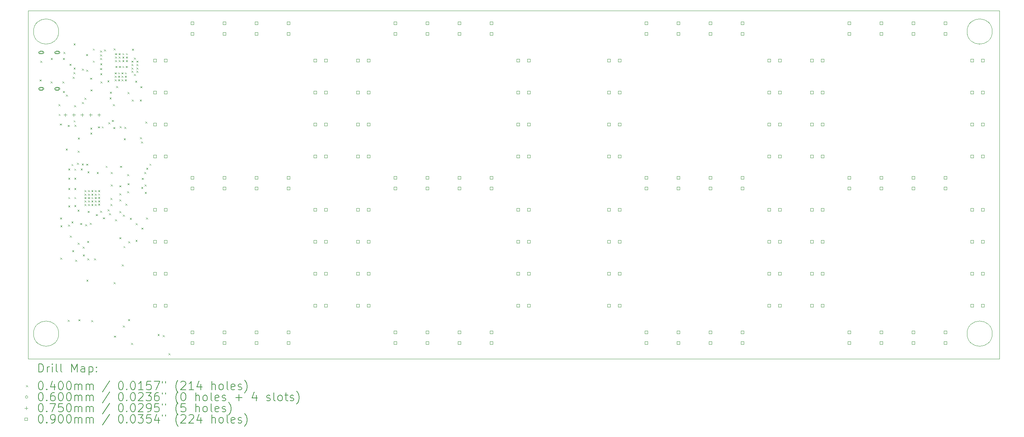
<source format=gbr>
%TF.GenerationSoftware,KiCad,Pcbnew,7.0.8*%
%TF.CreationDate,2024-09-21T08:52:30-04:00*%
%TF.ProjectId,clock,636c6f63-6b2e-46b6-9963-61645f706362,rev?*%
%TF.SameCoordinates,Original*%
%TF.FileFunction,Drillmap*%
%TF.FilePolarity,Positive*%
%FSLAX45Y45*%
G04 Gerber Fmt 4.5, Leading zero omitted, Abs format (unit mm)*
G04 Created by KiCad (PCBNEW 7.0.8) date 2024-09-21 08:52:30*
%MOMM*%
%LPD*%
G01*
G04 APERTURE LIST*
%ADD10C,0.100000*%
%ADD11C,0.200000*%
%ADD12C,0.040000*%
%ADD13C,0.060000*%
%ADD14C,0.075000*%
%ADD15C,0.090000*%
G04 APERTURE END LIST*
D10*
X2670280Y-1200000D02*
X25773560Y-1200000D01*
X25773560Y-9500000D01*
X2670280Y-9500000D01*
X2670280Y-1200000D01*
X25600000Y-1700000D02*
G75*
G03*
X25600000Y-1700000I-300000J0D01*
G01*
X3400000Y-8900000D02*
G75*
G03*
X3400000Y-8900000I-300000J0D01*
G01*
X3400000Y-1700000D02*
G75*
G03*
X3400000Y-1700000I-300000J0D01*
G01*
X25600000Y-8900000D02*
G75*
G03*
X25600000Y-8900000I-300000J0D01*
G01*
D11*
D12*
X2944180Y-2842580D02*
X2984180Y-2882580D01*
X2984180Y-2842580D02*
X2944180Y-2882580D01*
X2964500Y-2398080D02*
X3004500Y-2438080D01*
X3004500Y-2398080D02*
X2964500Y-2438080D01*
X3205800Y-2890840D02*
X3245800Y-2930840D01*
X3245800Y-2890840D02*
X3205800Y-2930840D01*
X3210880Y-2332040D02*
X3250880Y-2372040D01*
X3250880Y-2332040D02*
X3210880Y-2372040D01*
X3396350Y-3429320D02*
X3436350Y-3469320D01*
X3436350Y-3429320D02*
X3396350Y-3469320D01*
X3398840Y-3663000D02*
X3438840Y-3703000D01*
X3438840Y-3663000D02*
X3398840Y-3703000D01*
X3429320Y-3891600D02*
X3469320Y-3931600D01*
X3469320Y-3891600D02*
X3429320Y-3931600D01*
X3432354Y-6130973D02*
X3472354Y-6170973D01*
X3472354Y-6130973D02*
X3432354Y-6170973D01*
X3434050Y-7087350D02*
X3474050Y-7127350D01*
X3474050Y-7087350D02*
X3434050Y-7127350D01*
X3439480Y-6314760D02*
X3479480Y-6354760D01*
X3479480Y-6314760D02*
X3439480Y-6354760D01*
X3485200Y-2890840D02*
X3525200Y-2930840D01*
X3525200Y-2890840D02*
X3485200Y-2930840D01*
X3500440Y-2332040D02*
X3540440Y-2372040D01*
X3540440Y-2332040D02*
X3500440Y-2372040D01*
X3500440Y-3115770D02*
X3540440Y-3155770D01*
X3540440Y-3115770D02*
X3500440Y-3155770D01*
X3510600Y-2184720D02*
X3550600Y-2224720D01*
X3550600Y-2184720D02*
X3510600Y-2224720D01*
X3566480Y-4485960D02*
X3606480Y-4525960D01*
X3606480Y-4485960D02*
X3566480Y-4525960D01*
X3571560Y-3200720D02*
X3611560Y-3240720D01*
X3611560Y-3200720D02*
X3571560Y-3240720D01*
X3611876Y-3925587D02*
X3651876Y-3965587D01*
X3651876Y-3925587D02*
X3611876Y-3965587D01*
X3614740Y-8572820D02*
X3654740Y-8612820D01*
X3654740Y-8572820D02*
X3614740Y-8612820D01*
X3624180Y-6299161D02*
X3664180Y-6339161D01*
X3664180Y-6299161D02*
X3624180Y-6339161D01*
X3626610Y-5842320D02*
X3666610Y-5882320D01*
X3666610Y-5842320D02*
X3626610Y-5882320D01*
X3626660Y-4963480D02*
X3666660Y-5003480D01*
X3666660Y-4963480D02*
X3626660Y-5003480D01*
X3626660Y-5181920D02*
X3666660Y-5221920D01*
X3666660Y-5181920D02*
X3626660Y-5221920D01*
X3626660Y-5425760D02*
X3666660Y-5465760D01*
X3666660Y-5425760D02*
X3626660Y-5465760D01*
X3626660Y-5644200D02*
X3666660Y-5684200D01*
X3666660Y-5644200D02*
X3626660Y-5684200D01*
X3657920Y-2469200D02*
X3697920Y-2509200D01*
X3697920Y-2469200D02*
X3657920Y-2509200D01*
X3667283Y-6560977D02*
X3707283Y-6600977D01*
X3707283Y-6560977D02*
X3667283Y-6600977D01*
X3702196Y-6222490D02*
X3742196Y-6262490D01*
X3742196Y-6222490D02*
X3702196Y-6262490D01*
X3703640Y-4856800D02*
X3743640Y-4896800D01*
X3743640Y-4856800D02*
X3703640Y-4896800D01*
X3718880Y-6909120D02*
X3758880Y-6949120D01*
X3758880Y-6909120D02*
X3718880Y-6949120D01*
X3734120Y-2779080D02*
X3774120Y-2819080D01*
X3774120Y-2779080D02*
X3734120Y-2819080D01*
X3750770Y-2667320D02*
X3790770Y-2707320D01*
X3790770Y-2667320D02*
X3750770Y-2707320D01*
X3754440Y-1984060D02*
X3794440Y-2024060D01*
X3794440Y-1984060D02*
X3754440Y-2024060D01*
X3754440Y-2560640D02*
X3794440Y-2600640D01*
X3794440Y-2560640D02*
X3754440Y-2600640D01*
X3754440Y-3815400D02*
X3794440Y-3855400D01*
X3794440Y-3815400D02*
X3754440Y-3855400D01*
X3764600Y-3454720D02*
X3804600Y-3494720D01*
X3804600Y-3454720D02*
X3764600Y-3494720D01*
X3771560Y-4967296D02*
X3811560Y-5007296D01*
X3811560Y-4967296D02*
X3771560Y-5007296D01*
X3771560Y-5181920D02*
X3811560Y-5221920D01*
X3811560Y-5181920D02*
X3771560Y-5221920D01*
X3771560Y-5425760D02*
X3811560Y-5465760D01*
X3811560Y-5425760D02*
X3771560Y-5465760D01*
X3771560Y-5644200D02*
X3811560Y-5684200D01*
X3811560Y-5644200D02*
X3771560Y-5684200D01*
X3771560Y-5837240D02*
X3811560Y-5877240D01*
X3811560Y-5837240D02*
X3771560Y-5877240D01*
X3772220Y-3922080D02*
X3812220Y-3962080D01*
X3812220Y-3922080D02*
X3772220Y-3962080D01*
X3792540Y-7140260D02*
X3832540Y-7180260D01*
X3832540Y-7140260D02*
X3792540Y-7180260D01*
X3835720Y-4826320D02*
X3875720Y-4866320D01*
X3875720Y-4826320D02*
X3835720Y-4866320D01*
X3845880Y-5943920D02*
X3885880Y-5983920D01*
X3885880Y-5943920D02*
X3845880Y-5983920D01*
X3850960Y-6731320D02*
X3890960Y-6771320D01*
X3890960Y-6731320D02*
X3850960Y-6771320D01*
X3852632Y-4537968D02*
X3892632Y-4577968D01*
X3892632Y-4537968D02*
X3852632Y-4577968D01*
X3856040Y-4224340D02*
X3896040Y-4264340D01*
X3896040Y-4224340D02*
X3856040Y-4264340D01*
X3868740Y-8557580D02*
X3908740Y-8597580D01*
X3908740Y-8557580D02*
X3868740Y-8597580D01*
X3907908Y-6262555D02*
X3947908Y-6302555D01*
X3947908Y-6262555D02*
X3907908Y-6302555D01*
X3922080Y-4963480D02*
X3962080Y-5003480D01*
X3962080Y-4963480D02*
X3922080Y-5003480D01*
X3947480Y-4846640D02*
X3987480Y-4886640D01*
X3987480Y-4846640D02*
X3947480Y-4886640D01*
X3952560Y-2580960D02*
X3992560Y-2620960D01*
X3992560Y-2580960D02*
X3952560Y-2620960D01*
X3952560Y-3378520D02*
X3992560Y-3418520D01*
X3992560Y-3378520D02*
X3952560Y-3418520D01*
X3967800Y-6822760D02*
X4007800Y-6862760D01*
X4007800Y-6822760D02*
X3967800Y-6862760D01*
X3972880Y-7010720D02*
X4012880Y-7050720D01*
X4012880Y-7010720D02*
X3972880Y-7050720D01*
X4010980Y-5481640D02*
X4050980Y-5521640D01*
X4050980Y-5481640D02*
X4010980Y-5521640D01*
X4010980Y-5562920D02*
X4050980Y-5602920D01*
X4050980Y-5562920D02*
X4010980Y-5602920D01*
X4010980Y-5644200D02*
X4050980Y-5684200D01*
X4050980Y-5644200D02*
X4010980Y-5684200D01*
X4010980Y-5725480D02*
X4050980Y-5765480D01*
X4050980Y-5725480D02*
X4010980Y-5765480D01*
X4010980Y-5806760D02*
X4050980Y-5846760D01*
X4050980Y-5806760D02*
X4010980Y-5846760D01*
X4013520Y-3276920D02*
X4053520Y-3316920D01*
X4053520Y-3276920D02*
X4013520Y-3316920D01*
X4028760Y-6289360D02*
X4068760Y-6329360D01*
X4068760Y-6289360D02*
X4028760Y-6329360D01*
X4049080Y-2235520D02*
X4089080Y-2275520D01*
X4089080Y-2235520D02*
X4049080Y-2275520D01*
X4051620Y-4849180D02*
X4091620Y-4889180D01*
X4091620Y-4849180D02*
X4051620Y-4889180D01*
X4054160Y-2608810D02*
X4094160Y-2648810D01*
X4094160Y-2608810D02*
X4054160Y-2648810D01*
X4059240Y-7615240D02*
X4099240Y-7655240D01*
X4099240Y-7615240D02*
X4059240Y-7655240D01*
X4074480Y-6690680D02*
X4114480Y-6730680D01*
X4114480Y-6690680D02*
X4074480Y-6730680D01*
X4079560Y-7102160D02*
X4119560Y-7142160D01*
X4119560Y-7102160D02*
X4079560Y-7142160D01*
X4084640Y-5029520D02*
X4124640Y-5069520D01*
X4124640Y-5029520D02*
X4084640Y-5069520D01*
X4089720Y-5974400D02*
X4129720Y-6014400D01*
X4129720Y-5974400D02*
X4089720Y-6014400D01*
X4094800Y-5481640D02*
X4134800Y-5521640D01*
X4134800Y-5481640D02*
X4094800Y-5521640D01*
X4094800Y-5562920D02*
X4134800Y-5602920D01*
X4134800Y-5562920D02*
X4094800Y-5602920D01*
X4094800Y-5644200D02*
X4134800Y-5684200D01*
X4134800Y-5644200D02*
X4094800Y-5684200D01*
X4094800Y-5725480D02*
X4134800Y-5765480D01*
X4134800Y-5725480D02*
X4094800Y-5765480D01*
X4094800Y-5806760D02*
X4134800Y-5846760D01*
X4134800Y-5806760D02*
X4094800Y-5846760D01*
X4136945Y-6258050D02*
X4176945Y-6298050D01*
X4176945Y-6258050D02*
X4136945Y-6298050D01*
X4145600Y-2799400D02*
X4185600Y-2839400D01*
X4185600Y-2799400D02*
X4145600Y-2839400D01*
X4150680Y-3988120D02*
X4190680Y-4028120D01*
X4190680Y-3988120D02*
X4150680Y-4028120D01*
X4150680Y-4110040D02*
X4190680Y-4150040D01*
X4190680Y-4110040D02*
X4150680Y-4150040D01*
X4155760Y-3078800D02*
X4195760Y-3118800D01*
X4195760Y-3078800D02*
X4155760Y-3118800D01*
X4171000Y-8580440D02*
X4211000Y-8620440D01*
X4211000Y-8580440D02*
X4171000Y-8620440D01*
X4176080Y-5481640D02*
X4216080Y-5521640D01*
X4216080Y-5481640D02*
X4176080Y-5521640D01*
X4176080Y-5562920D02*
X4216080Y-5602920D01*
X4216080Y-5562920D02*
X4176080Y-5602920D01*
X4176080Y-5644200D02*
X4216080Y-5684200D01*
X4216080Y-5644200D02*
X4176080Y-5684200D01*
X4176080Y-5725480D02*
X4216080Y-5765480D01*
X4216080Y-5725480D02*
X4176080Y-5765480D01*
X4176080Y-5806760D02*
X4216080Y-5846760D01*
X4216080Y-5806760D02*
X4176080Y-5846760D01*
X4211640Y-2105980D02*
X4251640Y-2145980D01*
X4251640Y-2105980D02*
X4211640Y-2145980D01*
X4211640Y-2393000D02*
X4251640Y-2433000D01*
X4251640Y-2393000D02*
X4211640Y-2433000D01*
X4242120Y-7102160D02*
X4282120Y-7142160D01*
X4282120Y-7102160D02*
X4242120Y-7142160D01*
X4257360Y-5481640D02*
X4297360Y-5521640D01*
X4297360Y-5481640D02*
X4257360Y-5521640D01*
X4257360Y-5562920D02*
X4297360Y-5602920D01*
X4297360Y-5562920D02*
X4257360Y-5602920D01*
X4257360Y-5644200D02*
X4297360Y-5684200D01*
X4297360Y-5644200D02*
X4257360Y-5684200D01*
X4257360Y-5725480D02*
X4297360Y-5765480D01*
X4297360Y-5725480D02*
X4257360Y-5765480D01*
X4257360Y-5806760D02*
X4297360Y-5846760D01*
X4297360Y-5806760D02*
X4257360Y-5846760D01*
X4282760Y-6050600D02*
X4322760Y-6090600D01*
X4322760Y-6050600D02*
X4282760Y-6090600D01*
X4303080Y-5044760D02*
X4343080Y-5084760D01*
X4343080Y-5044760D02*
X4303080Y-5084760D01*
X4333560Y-3958970D02*
X4373560Y-3998970D01*
X4373560Y-3958970D02*
X4333560Y-3998970D01*
X4338640Y-5479100D02*
X4378640Y-5519100D01*
X4378640Y-5479100D02*
X4338640Y-5519100D01*
X4338640Y-5560380D02*
X4378640Y-5600380D01*
X4378640Y-5560380D02*
X4338640Y-5600380D01*
X4338640Y-5641660D02*
X4378640Y-5681660D01*
X4378640Y-5641660D02*
X4338640Y-5681660D01*
X4338640Y-5722940D02*
X4378640Y-5762940D01*
X4378640Y-5722940D02*
X4338640Y-5762940D01*
X4338640Y-5804220D02*
X4378640Y-5844220D01*
X4378640Y-5804220D02*
X4338640Y-5844220D01*
X4384360Y-2154240D02*
X4424360Y-2194240D01*
X4424360Y-2154240D02*
X4384360Y-2194240D01*
X4384360Y-2245680D02*
X4424360Y-2285680D01*
X4424360Y-2245680D02*
X4384360Y-2285680D01*
X4384360Y-2332040D02*
X4424360Y-2372040D01*
X4424360Y-2332040D02*
X4384360Y-2372040D01*
X4384360Y-2570800D02*
X4424360Y-2610800D01*
X4424360Y-2570800D02*
X4384360Y-2610800D01*
X4384360Y-5969320D02*
X4424360Y-6009320D01*
X4424360Y-5969320D02*
X4384360Y-6009320D01*
X4389440Y-2459040D02*
X4429440Y-2499040D01*
X4429440Y-2459040D02*
X4389440Y-2499040D01*
X4389440Y-2692720D02*
X4429440Y-2732720D01*
X4429440Y-2692720D02*
X4389440Y-2732720D01*
X4394520Y-2890840D02*
X4434520Y-2930840D01*
X4434520Y-2890840D02*
X4394520Y-2930840D01*
X4422448Y-3960924D02*
X4462448Y-4000924D01*
X4462448Y-3960924D02*
X4422448Y-4000924D01*
X4450400Y-6126800D02*
X4490400Y-6166800D01*
X4490400Y-6126800D02*
X4450400Y-6166800D01*
X4475800Y-2128840D02*
X4515800Y-2168840D01*
X4515800Y-2128840D02*
X4475800Y-2168840D01*
X4516440Y-4898770D02*
X4556440Y-4938770D01*
X4556440Y-4898770D02*
X4516440Y-4938770D01*
X4557080Y-2865440D02*
X4597080Y-2905440D01*
X4597080Y-2865440D02*
X4557080Y-2905440D01*
X4562160Y-5933760D02*
X4602160Y-5973760D01*
X4602160Y-5933760D02*
X4562160Y-5973760D01*
X4578730Y-3861120D02*
X4618730Y-3901120D01*
X4618730Y-3861120D02*
X4578730Y-3901120D01*
X4593767Y-6028581D02*
X4633767Y-6068581D01*
X4633767Y-6028581D02*
X4593767Y-6068581D01*
X4607880Y-3271840D02*
X4647880Y-3311840D01*
X4647880Y-3271840D02*
X4607880Y-3311840D01*
X4618040Y-3134680D02*
X4658040Y-3174680D01*
X4658040Y-3134680D02*
X4618040Y-3174680D01*
X4628200Y-5664520D02*
X4668200Y-5704520D01*
X4668200Y-5664520D02*
X4628200Y-5704520D01*
X4628200Y-5811840D02*
X4668200Y-5851840D01*
X4668200Y-5811840D02*
X4628200Y-5851840D01*
X4638360Y-5049840D02*
X4678360Y-5089840D01*
X4678360Y-5049840D02*
X4638360Y-5089840D01*
X4638360Y-5344480D02*
X4678360Y-5384480D01*
X4678360Y-5344480D02*
X4638360Y-5384480D01*
X4662337Y-3806348D02*
X4702337Y-3846348D01*
X4702337Y-3806348D02*
X4662337Y-3846348D01*
X4689160Y-3429320D02*
X4729160Y-3469320D01*
X4729160Y-3429320D02*
X4689160Y-3469320D01*
X4696726Y-3975762D02*
X4736726Y-4015762D01*
X4736726Y-3975762D02*
X4696726Y-4015762D01*
X4704400Y-2100900D02*
X4744400Y-2140900D01*
X4744400Y-2100900D02*
X4704400Y-2140900D01*
X4704400Y-7671120D02*
X4744400Y-7711120D01*
X4744400Y-7671120D02*
X4704400Y-7711120D01*
X4714560Y-8946200D02*
X4754560Y-8986200D01*
X4754560Y-8946200D02*
X4714560Y-8986200D01*
X4729800Y-2672400D02*
X4769800Y-2712400D01*
X4769800Y-2672400D02*
X4729800Y-2712400D01*
X4729800Y-2753680D02*
X4769800Y-2793680D01*
X4769800Y-2753680D02*
X4729800Y-2793680D01*
X4729800Y-2834960D02*
X4769800Y-2874960D01*
X4769800Y-2834960D02*
X4729800Y-2874960D01*
X4739960Y-2215200D02*
X4779960Y-2255200D01*
X4779960Y-2215200D02*
X4739960Y-2255200D01*
X4739960Y-2296480D02*
X4779960Y-2336480D01*
X4779960Y-2296480D02*
X4739960Y-2336480D01*
X4739960Y-2377760D02*
X4779960Y-2417760D01*
X4779960Y-2377760D02*
X4739960Y-2417760D01*
X4739960Y-6176270D02*
X4779960Y-6216270D01*
X4779960Y-6176270D02*
X4739960Y-6216270D01*
X4750120Y-2520000D02*
X4790120Y-2560000D01*
X4790120Y-2520000D02*
X4750120Y-2560000D01*
X4765360Y-2997520D02*
X4805360Y-3037520D01*
X4805360Y-2997520D02*
X4765360Y-3037520D01*
X4811080Y-2672400D02*
X4851080Y-2712400D01*
X4851080Y-2672400D02*
X4811080Y-2712400D01*
X4811080Y-2753680D02*
X4851080Y-2793680D01*
X4851080Y-2753680D02*
X4811080Y-2793680D01*
X4811080Y-2834960D02*
X4851080Y-2874960D01*
X4851080Y-2834960D02*
X4811080Y-2874960D01*
X4826320Y-2215200D02*
X4866320Y-2255200D01*
X4866320Y-2215200D02*
X4826320Y-2255200D01*
X4826320Y-2296480D02*
X4866320Y-2336480D01*
X4866320Y-2296480D02*
X4826320Y-2336480D01*
X4826973Y-2377867D02*
X4866973Y-2417867D01*
X4866973Y-2377867D02*
X4826973Y-2417867D01*
X4831400Y-2520000D02*
X4871400Y-2560000D01*
X4871400Y-2520000D02*
X4831400Y-2560000D01*
X4840350Y-5364800D02*
X4880350Y-5404800D01*
X4880350Y-5364800D02*
X4840350Y-5404800D01*
X4840350Y-5552760D02*
X4880350Y-5592760D01*
X4880350Y-5552760D02*
X4840350Y-5592760D01*
X4840350Y-5700080D02*
X4880350Y-5740080D01*
X4880350Y-5700080D02*
X4840350Y-5740080D01*
X4843588Y-6601986D02*
X4883588Y-6641986D01*
X4883588Y-6601986D02*
X4843588Y-6641986D01*
X4843976Y-5978636D02*
X4883976Y-6018636D01*
X4883976Y-5978636D02*
X4843976Y-6018636D01*
X4849846Y-3957590D02*
X4889846Y-3997590D01*
X4889846Y-3957590D02*
X4849846Y-3997590D01*
X4856800Y-4898770D02*
X4896800Y-4938770D01*
X4896800Y-4898770D02*
X4856800Y-4938770D01*
X4892360Y-2672400D02*
X4932360Y-2712400D01*
X4932360Y-2672400D02*
X4892360Y-2712400D01*
X4892360Y-2753680D02*
X4932360Y-2793680D01*
X4932360Y-2753680D02*
X4892360Y-2793680D01*
X4892360Y-2834960D02*
X4932360Y-2874960D01*
X4932360Y-2834960D02*
X4892360Y-2874960D01*
X4902520Y-7249480D02*
X4942520Y-7289480D01*
X4942520Y-7249480D02*
X4902520Y-7289480D01*
X4912680Y-2215200D02*
X4952680Y-2255200D01*
X4952680Y-2215200D02*
X4912680Y-2255200D01*
X4912680Y-2296480D02*
X4952680Y-2336480D01*
X4952680Y-2296480D02*
X4912680Y-2336480D01*
X4912680Y-2377760D02*
X4952680Y-2417760D01*
X4952680Y-2377760D02*
X4912680Y-2417760D01*
X4912680Y-2520000D02*
X4952680Y-2560000D01*
X4952680Y-2520000D02*
X4912680Y-2560000D01*
X4927920Y-8707440D02*
X4967920Y-8747440D01*
X4967920Y-8707440D02*
X4927920Y-8747440D01*
X4928871Y-6063586D02*
X4968871Y-6103586D01*
X4968871Y-6063586D02*
X4928871Y-6103586D01*
X4938080Y-6812600D02*
X4978080Y-6852600D01*
X4978080Y-6812600D02*
X4938080Y-6852600D01*
X4947169Y-4241090D02*
X4987169Y-4281090D01*
X4987169Y-4241090D02*
X4947169Y-4281090D01*
X4962074Y-3975090D02*
X5002074Y-4015090D01*
X5002074Y-3975090D02*
X4962074Y-4015090D01*
X4973640Y-2672400D02*
X5013640Y-2712400D01*
X5013640Y-2672400D02*
X4973640Y-2712400D01*
X4973640Y-2753680D02*
X5013640Y-2793680D01*
X5013640Y-2753680D02*
X4973640Y-2793680D01*
X4973640Y-2834960D02*
X5013640Y-2874960D01*
X5013640Y-2834960D02*
X4973640Y-2874960D01*
X4985300Y-5801680D02*
X5025300Y-5841680D01*
X5025300Y-5801680D02*
X4985300Y-5841680D01*
X4993960Y-2520000D02*
X5033960Y-2560000D01*
X5033960Y-2520000D02*
X4993960Y-2560000D01*
X4999040Y-2215200D02*
X5039040Y-2255200D01*
X5039040Y-2215200D02*
X4999040Y-2255200D01*
X4999040Y-2296480D02*
X5039040Y-2336480D01*
X5039040Y-2296480D02*
X4999040Y-2336480D01*
X4999040Y-2377760D02*
X5039040Y-2417760D01*
X5039040Y-2377760D02*
X4999040Y-2417760D01*
X5029520Y-5100640D02*
X5069520Y-5140640D01*
X5069520Y-5100640D02*
X5029520Y-5140640D01*
X5029520Y-5501960D02*
X5069520Y-5541960D01*
X5069520Y-5501960D02*
X5029520Y-5541960D01*
X5033490Y-5314000D02*
X5073490Y-5354000D01*
X5073490Y-5314000D02*
X5033490Y-5354000D01*
X5034600Y-3139760D02*
X5074600Y-3179760D01*
X5074600Y-3139760D02*
X5034600Y-3179760D01*
X5049840Y-8549960D02*
X5089840Y-8589960D01*
X5089840Y-8549960D02*
X5049840Y-8589960D01*
X5054920Y-6701450D02*
X5094920Y-6741450D01*
X5094920Y-6701450D02*
X5054920Y-6741450D01*
X5090480Y-6136960D02*
X5130480Y-6176960D01*
X5130480Y-6136960D02*
X5090480Y-6176960D01*
X5118420Y-9118920D02*
X5158420Y-9158920D01*
X5158420Y-9118920D02*
X5118420Y-9158920D01*
X5127500Y-2393000D02*
X5167500Y-2433000D01*
X5167500Y-2393000D02*
X5127500Y-2433000D01*
X5127500Y-2474280D02*
X5167500Y-2514280D01*
X5167500Y-2474280D02*
X5127500Y-2514280D01*
X5127500Y-2555560D02*
X5167500Y-2595560D01*
X5167500Y-2555560D02*
X5127500Y-2595560D01*
X5127500Y-2636840D02*
X5167500Y-2676840D01*
X5167500Y-2636840D02*
X5127500Y-2676840D01*
X5136200Y-3317560D02*
X5176200Y-3357560D01*
X5176200Y-3317560D02*
X5136200Y-3357560D01*
X5141280Y-2108520D02*
X5181280Y-2148520D01*
X5181280Y-2108520D02*
X5141280Y-2148520D01*
X5187000Y-2321880D02*
X5227000Y-2361880D01*
X5227000Y-2321880D02*
X5187000Y-2361880D01*
X5187000Y-2707960D02*
X5227000Y-2747960D01*
X5227000Y-2707960D02*
X5187000Y-2747960D01*
X5217480Y-2870520D02*
X5257480Y-2910520D01*
X5257480Y-2870520D02*
X5217480Y-2910520D01*
X5227640Y-6665280D02*
X5267640Y-6705280D01*
X5267640Y-6665280D02*
X5227640Y-6705280D01*
X5232720Y-6269040D02*
X5272720Y-6309040D01*
X5272720Y-6269040D02*
X5232720Y-6309040D01*
X5247960Y-2393000D02*
X5287960Y-2433000D01*
X5287960Y-2393000D02*
X5247960Y-2433000D01*
X5247960Y-2474280D02*
X5287960Y-2514280D01*
X5287960Y-2474280D02*
X5247960Y-2514280D01*
X5247960Y-2555560D02*
X5287960Y-2595560D01*
X5287960Y-2555560D02*
X5247960Y-2595560D01*
X5247960Y-2636840D02*
X5287960Y-2676840D01*
X5287960Y-2636840D02*
X5247960Y-2676840D01*
X5328945Y-3322256D02*
X5368945Y-3362256D01*
X5368945Y-3322256D02*
X5328945Y-3362256D01*
X5334940Y-4220125D02*
X5374940Y-4260125D01*
X5374940Y-4220125D02*
X5334940Y-4260125D01*
X5339400Y-3002600D02*
X5379400Y-3042600D01*
X5379400Y-3002600D02*
X5339400Y-3042600D01*
X5357355Y-4318830D02*
X5397355Y-4358830D01*
X5397355Y-4318830D02*
X5357355Y-4358830D01*
X5361313Y-5402056D02*
X5401313Y-5442056D01*
X5401313Y-5402056D02*
X5361313Y-5442056D01*
X5364450Y-6373180D02*
X5404450Y-6413180D01*
X5404450Y-6373180D02*
X5364450Y-6413180D01*
X5377500Y-5187000D02*
X5417500Y-5227000D01*
X5417500Y-5187000D02*
X5377500Y-5227000D01*
X5434590Y-5047254D02*
X5474590Y-5087254D01*
X5474590Y-5047254D02*
X5434590Y-5087254D01*
X5442472Y-5342578D02*
X5482472Y-5382578D01*
X5482472Y-5342578D02*
X5442472Y-5382578D01*
X5446080Y-5522280D02*
X5486080Y-5562280D01*
X5486080Y-5522280D02*
X5446080Y-5562280D01*
X5458780Y-3848420D02*
X5498780Y-3888420D01*
X5498780Y-3848420D02*
X5458780Y-3888420D01*
X5476560Y-6131880D02*
X5516560Y-6171880D01*
X5516560Y-6131880D02*
X5476560Y-6171880D01*
X5480310Y-4947459D02*
X5520310Y-4987459D01*
X5520310Y-4947459D02*
X5480310Y-4987459D01*
X5557840Y-4849180D02*
X5597840Y-4889180D01*
X5597840Y-4849180D02*
X5557840Y-4889180D01*
X5750880Y-8910640D02*
X5790880Y-8950640D01*
X5790880Y-8910640D02*
X5750880Y-8950640D01*
X5872800Y-8930960D02*
X5912800Y-8970960D01*
X5912800Y-8930960D02*
X5872800Y-8970960D01*
X6009960Y-9367840D02*
X6049960Y-9407840D01*
X6049960Y-9367840D02*
X6009960Y-9407840D01*
D13*
X3014760Y-2201160D02*
G75*
G03*
X3014760Y-2201160I-30000J0D01*
G01*
D11*
X3014760Y-2171160D02*
X2954760Y-2171160D01*
X2954760Y-2171160D02*
G75*
G03*
X2954760Y-2231160I0J-30000D01*
G01*
X2954760Y-2231160D02*
X3014760Y-2231160D01*
X3014760Y-2231160D02*
G75*
G03*
X3014760Y-2171160I0J30000D01*
G01*
D13*
X3014760Y-3065160D02*
G75*
G03*
X3014760Y-3065160I-30000J0D01*
G01*
D11*
X3014760Y-3035160D02*
X2954760Y-3035160D01*
X2954760Y-3035160D02*
G75*
G03*
X2954760Y-3095160I0J-30000D01*
G01*
X2954760Y-3095160D02*
X3014760Y-3095160D01*
X3014760Y-3095160D02*
G75*
G03*
X3014760Y-3035160I0J30000D01*
G01*
D13*
X3394760Y-2201160D02*
G75*
G03*
X3394760Y-2201160I-30000J0D01*
G01*
D11*
X3394760Y-2171160D02*
X3334760Y-2171160D01*
X3334760Y-2171160D02*
G75*
G03*
X3334760Y-2231160I0J-30000D01*
G01*
X3334760Y-2231160D02*
X3394760Y-2231160D01*
X3394760Y-2231160D02*
G75*
G03*
X3394760Y-2171160I0J30000D01*
G01*
D13*
X3394760Y-3065160D02*
G75*
G03*
X3394760Y-3065160I-30000J0D01*
G01*
D11*
X3394760Y-3035160D02*
X3334760Y-3035160D01*
X3334760Y-3035160D02*
G75*
G03*
X3334760Y-3095160I0J-30000D01*
G01*
X3334760Y-3095160D02*
X3394760Y-3095160D01*
X3394760Y-3095160D02*
G75*
G03*
X3394760Y-3035160I0J30000D01*
G01*
D14*
X3557320Y-3649700D02*
X3557320Y-3724700D01*
X3519820Y-3687200D02*
X3594820Y-3687200D01*
X3757320Y-3649700D02*
X3757320Y-3724700D01*
X3719820Y-3687200D02*
X3794820Y-3687200D01*
X3957320Y-3649700D02*
X3957320Y-3724700D01*
X3919820Y-3687200D02*
X3994820Y-3687200D01*
X4157320Y-3649700D02*
X4157320Y-3724700D01*
X4119820Y-3687200D02*
X4194820Y-3687200D01*
X4357320Y-3649700D02*
X4357320Y-3724700D01*
X4319820Y-3687200D02*
X4394820Y-3687200D01*
D15*
X5720920Y-2418880D02*
X5720920Y-2355240D01*
X5657280Y-2355240D01*
X5657280Y-2418880D01*
X5720920Y-2418880D01*
X5720920Y-3180880D02*
X5720920Y-3117240D01*
X5657280Y-3117240D01*
X5657280Y-3180880D01*
X5720920Y-3180880D01*
X5720920Y-3942880D02*
X5720920Y-3879240D01*
X5657280Y-3879240D01*
X5657280Y-3942880D01*
X5720920Y-3942880D01*
X5720920Y-4704880D02*
X5720920Y-4641240D01*
X5657280Y-4641240D01*
X5657280Y-4704880D01*
X5720920Y-4704880D01*
X5720920Y-5974880D02*
X5720920Y-5911240D01*
X5657280Y-5911240D01*
X5657280Y-5974880D01*
X5720920Y-5974880D01*
X5720920Y-6736880D02*
X5720920Y-6673240D01*
X5657280Y-6673240D01*
X5657280Y-6736880D01*
X5720920Y-6736880D01*
X5720920Y-7498880D02*
X5720920Y-7435240D01*
X5657280Y-7435240D01*
X5657280Y-7498880D01*
X5720920Y-7498880D01*
X5720920Y-8260880D02*
X5720920Y-8197240D01*
X5657280Y-8197240D01*
X5657280Y-8260880D01*
X5720920Y-8260880D01*
X5974920Y-2418880D02*
X5974920Y-2355240D01*
X5911280Y-2355240D01*
X5911280Y-2418880D01*
X5974920Y-2418880D01*
X5974920Y-3180880D02*
X5974920Y-3117240D01*
X5911280Y-3117240D01*
X5911280Y-3180880D01*
X5974920Y-3180880D01*
X5974920Y-3942880D02*
X5974920Y-3879240D01*
X5911280Y-3879240D01*
X5911280Y-3942880D01*
X5974920Y-3942880D01*
X5974920Y-4704880D02*
X5974920Y-4641240D01*
X5911280Y-4641240D01*
X5911280Y-4704880D01*
X5974920Y-4704880D01*
X5974920Y-5974880D02*
X5974920Y-5911240D01*
X5911280Y-5911240D01*
X5911280Y-5974880D01*
X5974920Y-5974880D01*
X5974920Y-6736880D02*
X5974920Y-6673240D01*
X5911280Y-6673240D01*
X5911280Y-6736880D01*
X5974920Y-6736880D01*
X5974920Y-7498880D02*
X5974920Y-7435240D01*
X5911280Y-7435240D01*
X5911280Y-7498880D01*
X5974920Y-7498880D01*
X5974920Y-8260880D02*
X5974920Y-8197240D01*
X5911280Y-8197240D01*
X5911280Y-8260880D01*
X5974920Y-8260880D01*
X6609920Y-1529880D02*
X6609920Y-1466240D01*
X6546280Y-1466240D01*
X6546280Y-1529880D01*
X6609920Y-1529880D01*
X6609920Y-1783880D02*
X6609920Y-1720240D01*
X6546280Y-1720240D01*
X6546280Y-1783880D01*
X6609920Y-1783880D01*
X6609920Y-5212880D02*
X6609920Y-5149240D01*
X6546280Y-5149240D01*
X6546280Y-5212880D01*
X6609920Y-5212880D01*
X6609920Y-5466880D02*
X6609920Y-5403240D01*
X6546280Y-5403240D01*
X6546280Y-5466880D01*
X6609920Y-5466880D01*
X6609920Y-8895880D02*
X6609920Y-8832240D01*
X6546280Y-8832240D01*
X6546280Y-8895880D01*
X6609920Y-8895880D01*
X6609920Y-9149880D02*
X6609920Y-9086240D01*
X6546280Y-9086240D01*
X6546280Y-9149880D01*
X6609920Y-9149880D01*
X7371920Y-1529880D02*
X7371920Y-1466240D01*
X7308280Y-1466240D01*
X7308280Y-1529880D01*
X7371920Y-1529880D01*
X7371920Y-1783880D02*
X7371920Y-1720240D01*
X7308280Y-1720240D01*
X7308280Y-1783880D01*
X7371920Y-1783880D01*
X7371920Y-5212880D02*
X7371920Y-5149240D01*
X7308280Y-5149240D01*
X7308280Y-5212880D01*
X7371920Y-5212880D01*
X7371920Y-5466880D02*
X7371920Y-5403240D01*
X7308280Y-5403240D01*
X7308280Y-5466880D01*
X7371920Y-5466880D01*
X7371920Y-8895880D02*
X7371920Y-8832240D01*
X7308280Y-8832240D01*
X7308280Y-8895880D01*
X7371920Y-8895880D01*
X7371920Y-9149880D02*
X7371920Y-9086240D01*
X7308280Y-9086240D01*
X7308280Y-9149880D01*
X7371920Y-9149880D01*
X8133920Y-1529880D02*
X8133920Y-1466240D01*
X8070280Y-1466240D01*
X8070280Y-1529880D01*
X8133920Y-1529880D01*
X8133920Y-1783880D02*
X8133920Y-1720240D01*
X8070280Y-1720240D01*
X8070280Y-1783880D01*
X8133920Y-1783880D01*
X8133920Y-5212880D02*
X8133920Y-5149240D01*
X8070280Y-5149240D01*
X8070280Y-5212880D01*
X8133920Y-5212880D01*
X8133920Y-5466880D02*
X8133920Y-5403240D01*
X8070280Y-5403240D01*
X8070280Y-5466880D01*
X8133920Y-5466880D01*
X8133920Y-8895880D02*
X8133920Y-8832240D01*
X8070280Y-8832240D01*
X8070280Y-8895880D01*
X8133920Y-8895880D01*
X8133920Y-9149880D02*
X8133920Y-9086240D01*
X8070280Y-9086240D01*
X8070280Y-9149880D01*
X8133920Y-9149880D01*
X8895920Y-1529880D02*
X8895920Y-1466240D01*
X8832280Y-1466240D01*
X8832280Y-1529880D01*
X8895920Y-1529880D01*
X8895920Y-1783880D02*
X8895920Y-1720240D01*
X8832280Y-1720240D01*
X8832280Y-1783880D01*
X8895920Y-1783880D01*
X8895920Y-5212880D02*
X8895920Y-5149240D01*
X8832280Y-5149240D01*
X8832280Y-5212880D01*
X8895920Y-5212880D01*
X8895920Y-5466880D02*
X8895920Y-5403240D01*
X8832280Y-5403240D01*
X8832280Y-5466880D01*
X8895920Y-5466880D01*
X8895920Y-8895880D02*
X8895920Y-8832240D01*
X8832280Y-8832240D01*
X8832280Y-8895880D01*
X8895920Y-8895880D01*
X8895920Y-9149880D02*
X8895920Y-9086240D01*
X8832280Y-9086240D01*
X8832280Y-9149880D01*
X8895920Y-9149880D01*
X9530920Y-2418880D02*
X9530920Y-2355240D01*
X9467280Y-2355240D01*
X9467280Y-2418880D01*
X9530920Y-2418880D01*
X9530920Y-3180880D02*
X9530920Y-3117240D01*
X9467280Y-3117240D01*
X9467280Y-3180880D01*
X9530920Y-3180880D01*
X9530920Y-3942880D02*
X9530920Y-3879240D01*
X9467280Y-3879240D01*
X9467280Y-3942880D01*
X9530920Y-3942880D01*
X9530920Y-4704880D02*
X9530920Y-4641240D01*
X9467280Y-4641240D01*
X9467280Y-4704880D01*
X9530920Y-4704880D01*
X9530920Y-5974880D02*
X9530920Y-5911240D01*
X9467280Y-5911240D01*
X9467280Y-5974880D01*
X9530920Y-5974880D01*
X9530920Y-6736880D02*
X9530920Y-6673240D01*
X9467280Y-6673240D01*
X9467280Y-6736880D01*
X9530920Y-6736880D01*
X9530920Y-7498880D02*
X9530920Y-7435240D01*
X9467280Y-7435240D01*
X9467280Y-7498880D01*
X9530920Y-7498880D01*
X9530920Y-8260880D02*
X9530920Y-8197240D01*
X9467280Y-8197240D01*
X9467280Y-8260880D01*
X9530920Y-8260880D01*
X9784920Y-2418880D02*
X9784920Y-2355240D01*
X9721280Y-2355240D01*
X9721280Y-2418880D01*
X9784920Y-2418880D01*
X9784920Y-3180880D02*
X9784920Y-3117240D01*
X9721280Y-3117240D01*
X9721280Y-3180880D01*
X9784920Y-3180880D01*
X9784920Y-3942880D02*
X9784920Y-3879240D01*
X9721280Y-3879240D01*
X9721280Y-3942880D01*
X9784920Y-3942880D01*
X9784920Y-4704880D02*
X9784920Y-4641240D01*
X9721280Y-4641240D01*
X9721280Y-4704880D01*
X9784920Y-4704880D01*
X9784920Y-5974880D02*
X9784920Y-5911240D01*
X9721280Y-5911240D01*
X9721280Y-5974880D01*
X9784920Y-5974880D01*
X9784920Y-6736880D02*
X9784920Y-6673240D01*
X9721280Y-6673240D01*
X9721280Y-6736880D01*
X9784920Y-6736880D01*
X9784920Y-7498880D02*
X9784920Y-7435240D01*
X9721280Y-7435240D01*
X9721280Y-7498880D01*
X9784920Y-7498880D01*
X9784920Y-8260880D02*
X9784920Y-8197240D01*
X9721280Y-8197240D01*
X9721280Y-8260880D01*
X9784920Y-8260880D01*
X10546920Y-2418880D02*
X10546920Y-2355240D01*
X10483280Y-2355240D01*
X10483280Y-2418880D01*
X10546920Y-2418880D01*
X10546920Y-3180880D02*
X10546920Y-3117240D01*
X10483280Y-3117240D01*
X10483280Y-3180880D01*
X10546920Y-3180880D01*
X10546920Y-3942880D02*
X10546920Y-3879240D01*
X10483280Y-3879240D01*
X10483280Y-3942880D01*
X10546920Y-3942880D01*
X10546920Y-4704880D02*
X10546920Y-4641240D01*
X10483280Y-4641240D01*
X10483280Y-4704880D01*
X10546920Y-4704880D01*
X10546920Y-5974880D02*
X10546920Y-5911240D01*
X10483280Y-5911240D01*
X10483280Y-5974880D01*
X10546920Y-5974880D01*
X10546920Y-6736880D02*
X10546920Y-6673240D01*
X10483280Y-6673240D01*
X10483280Y-6736880D01*
X10546920Y-6736880D01*
X10546920Y-7498880D02*
X10546920Y-7435240D01*
X10483280Y-7435240D01*
X10483280Y-7498880D01*
X10546920Y-7498880D01*
X10546920Y-8260880D02*
X10546920Y-8197240D01*
X10483280Y-8197240D01*
X10483280Y-8260880D01*
X10546920Y-8260880D01*
X10800920Y-2418880D02*
X10800920Y-2355240D01*
X10737280Y-2355240D01*
X10737280Y-2418880D01*
X10800920Y-2418880D01*
X10800920Y-3180880D02*
X10800920Y-3117240D01*
X10737280Y-3117240D01*
X10737280Y-3180880D01*
X10800920Y-3180880D01*
X10800920Y-3942880D02*
X10800920Y-3879240D01*
X10737280Y-3879240D01*
X10737280Y-3942880D01*
X10800920Y-3942880D01*
X10800920Y-4704880D02*
X10800920Y-4641240D01*
X10737280Y-4641240D01*
X10737280Y-4704880D01*
X10800920Y-4704880D01*
X10800920Y-5974880D02*
X10800920Y-5911240D01*
X10737280Y-5911240D01*
X10737280Y-5974880D01*
X10800920Y-5974880D01*
X10800920Y-6736880D02*
X10800920Y-6673240D01*
X10737280Y-6673240D01*
X10737280Y-6736880D01*
X10800920Y-6736880D01*
X10800920Y-7498880D02*
X10800920Y-7435240D01*
X10737280Y-7435240D01*
X10737280Y-7498880D01*
X10800920Y-7498880D01*
X10800920Y-8260880D02*
X10800920Y-8197240D01*
X10737280Y-8197240D01*
X10737280Y-8260880D01*
X10800920Y-8260880D01*
X11435920Y-1529880D02*
X11435920Y-1466240D01*
X11372280Y-1466240D01*
X11372280Y-1529880D01*
X11435920Y-1529880D01*
X11435920Y-1783880D02*
X11435920Y-1720240D01*
X11372280Y-1720240D01*
X11372280Y-1783880D01*
X11435920Y-1783880D01*
X11435920Y-5212880D02*
X11435920Y-5149240D01*
X11372280Y-5149240D01*
X11372280Y-5212880D01*
X11435920Y-5212880D01*
X11435920Y-5466880D02*
X11435920Y-5403240D01*
X11372280Y-5403240D01*
X11372280Y-5466880D01*
X11435920Y-5466880D01*
X11435920Y-8895880D02*
X11435920Y-8832240D01*
X11372280Y-8832240D01*
X11372280Y-8895880D01*
X11435920Y-8895880D01*
X11435920Y-9149880D02*
X11435920Y-9086240D01*
X11372280Y-9086240D01*
X11372280Y-9149880D01*
X11435920Y-9149880D01*
X12197920Y-1529880D02*
X12197920Y-1466240D01*
X12134280Y-1466240D01*
X12134280Y-1529880D01*
X12197920Y-1529880D01*
X12197920Y-1783880D02*
X12197920Y-1720240D01*
X12134280Y-1720240D01*
X12134280Y-1783880D01*
X12197920Y-1783880D01*
X12197920Y-5212880D02*
X12197920Y-5149240D01*
X12134280Y-5149240D01*
X12134280Y-5212880D01*
X12197920Y-5212880D01*
X12197920Y-5466880D02*
X12197920Y-5403240D01*
X12134280Y-5403240D01*
X12134280Y-5466880D01*
X12197920Y-5466880D01*
X12197920Y-8895880D02*
X12197920Y-8832240D01*
X12134280Y-8832240D01*
X12134280Y-8895880D01*
X12197920Y-8895880D01*
X12197920Y-9149880D02*
X12197920Y-9086240D01*
X12134280Y-9086240D01*
X12134280Y-9149880D01*
X12197920Y-9149880D01*
X12959920Y-1529880D02*
X12959920Y-1466240D01*
X12896280Y-1466240D01*
X12896280Y-1529880D01*
X12959920Y-1529880D01*
X12959920Y-1783880D02*
X12959920Y-1720240D01*
X12896280Y-1720240D01*
X12896280Y-1783880D01*
X12959920Y-1783880D01*
X12959920Y-5212880D02*
X12959920Y-5149240D01*
X12896280Y-5149240D01*
X12896280Y-5212880D01*
X12959920Y-5212880D01*
X12959920Y-5466880D02*
X12959920Y-5403240D01*
X12896280Y-5403240D01*
X12896280Y-5466880D01*
X12959920Y-5466880D01*
X12959920Y-8895880D02*
X12959920Y-8832240D01*
X12896280Y-8832240D01*
X12896280Y-8895880D01*
X12959920Y-8895880D01*
X12959920Y-9149880D02*
X12959920Y-9086240D01*
X12896280Y-9086240D01*
X12896280Y-9149880D01*
X12959920Y-9149880D01*
X13721920Y-1529880D02*
X13721920Y-1466240D01*
X13658280Y-1466240D01*
X13658280Y-1529880D01*
X13721920Y-1529880D01*
X13721920Y-1783880D02*
X13721920Y-1720240D01*
X13658280Y-1720240D01*
X13658280Y-1783880D01*
X13721920Y-1783880D01*
X13721920Y-5212880D02*
X13721920Y-5149240D01*
X13658280Y-5149240D01*
X13658280Y-5212880D01*
X13721920Y-5212880D01*
X13721920Y-5466880D02*
X13721920Y-5403240D01*
X13658280Y-5403240D01*
X13658280Y-5466880D01*
X13721920Y-5466880D01*
X13721920Y-8895880D02*
X13721920Y-8832240D01*
X13658280Y-8832240D01*
X13658280Y-8895880D01*
X13721920Y-8895880D01*
X13721920Y-9149880D02*
X13721920Y-9086240D01*
X13658280Y-9086240D01*
X13658280Y-9149880D01*
X13721920Y-9149880D01*
X14356920Y-2418880D02*
X14356920Y-2355240D01*
X14293280Y-2355240D01*
X14293280Y-2418880D01*
X14356920Y-2418880D01*
X14356920Y-3180880D02*
X14356920Y-3117240D01*
X14293280Y-3117240D01*
X14293280Y-3180880D01*
X14356920Y-3180880D01*
X14356920Y-3942880D02*
X14356920Y-3879240D01*
X14293280Y-3879240D01*
X14293280Y-3942880D01*
X14356920Y-3942880D01*
X14356920Y-4704880D02*
X14356920Y-4641240D01*
X14293280Y-4641240D01*
X14293280Y-4704880D01*
X14356920Y-4704880D01*
X14356920Y-5974880D02*
X14356920Y-5911240D01*
X14293280Y-5911240D01*
X14293280Y-5974880D01*
X14356920Y-5974880D01*
X14356920Y-6736880D02*
X14356920Y-6673240D01*
X14293280Y-6673240D01*
X14293280Y-6736880D01*
X14356920Y-6736880D01*
X14356920Y-7498880D02*
X14356920Y-7435240D01*
X14293280Y-7435240D01*
X14293280Y-7498880D01*
X14356920Y-7498880D01*
X14356920Y-8260880D02*
X14356920Y-8197240D01*
X14293280Y-8197240D01*
X14293280Y-8260880D01*
X14356920Y-8260880D01*
X14610920Y-2418880D02*
X14610920Y-2355240D01*
X14547280Y-2355240D01*
X14547280Y-2418880D01*
X14610920Y-2418880D01*
X14610920Y-3180880D02*
X14610920Y-3117240D01*
X14547280Y-3117240D01*
X14547280Y-3180880D01*
X14610920Y-3180880D01*
X14610920Y-3942880D02*
X14610920Y-3879240D01*
X14547280Y-3879240D01*
X14547280Y-3942880D01*
X14610920Y-3942880D01*
X14610920Y-4704880D02*
X14610920Y-4641240D01*
X14547280Y-4641240D01*
X14547280Y-4704880D01*
X14610920Y-4704880D01*
X14610920Y-5974880D02*
X14610920Y-5911240D01*
X14547280Y-5911240D01*
X14547280Y-5974880D01*
X14610920Y-5974880D01*
X14610920Y-6736880D02*
X14610920Y-6673240D01*
X14547280Y-6673240D01*
X14547280Y-6736880D01*
X14610920Y-6736880D01*
X14610920Y-7498880D02*
X14610920Y-7435240D01*
X14547280Y-7435240D01*
X14547280Y-7498880D01*
X14610920Y-7498880D01*
X14610920Y-8260880D02*
X14610920Y-8197240D01*
X14547280Y-8197240D01*
X14547280Y-8260880D01*
X14610920Y-8260880D01*
X16515920Y-2418880D02*
X16515920Y-2355240D01*
X16452280Y-2355240D01*
X16452280Y-2418880D01*
X16515920Y-2418880D01*
X16515920Y-3180880D02*
X16515920Y-3117240D01*
X16452280Y-3117240D01*
X16452280Y-3180880D01*
X16515920Y-3180880D01*
X16515920Y-3942880D02*
X16515920Y-3879240D01*
X16452280Y-3879240D01*
X16452280Y-3942880D01*
X16515920Y-3942880D01*
X16515920Y-4704880D02*
X16515920Y-4641240D01*
X16452280Y-4641240D01*
X16452280Y-4704880D01*
X16515920Y-4704880D01*
X16515920Y-5974880D02*
X16515920Y-5911240D01*
X16452280Y-5911240D01*
X16452280Y-5974880D01*
X16515920Y-5974880D01*
X16515920Y-6736880D02*
X16515920Y-6673240D01*
X16452280Y-6673240D01*
X16452280Y-6736880D01*
X16515920Y-6736880D01*
X16515920Y-7498880D02*
X16515920Y-7435240D01*
X16452280Y-7435240D01*
X16452280Y-7498880D01*
X16515920Y-7498880D01*
X16515920Y-8260880D02*
X16515920Y-8197240D01*
X16452280Y-8197240D01*
X16452280Y-8260880D01*
X16515920Y-8260880D01*
X16769920Y-2418880D02*
X16769920Y-2355240D01*
X16706280Y-2355240D01*
X16706280Y-2418880D01*
X16769920Y-2418880D01*
X16769920Y-3180880D02*
X16769920Y-3117240D01*
X16706280Y-3117240D01*
X16706280Y-3180880D01*
X16769920Y-3180880D01*
X16769920Y-3942880D02*
X16769920Y-3879240D01*
X16706280Y-3879240D01*
X16706280Y-3942880D01*
X16769920Y-3942880D01*
X16769920Y-4704880D02*
X16769920Y-4641240D01*
X16706280Y-4641240D01*
X16706280Y-4704880D01*
X16769920Y-4704880D01*
X16769920Y-5974880D02*
X16769920Y-5911240D01*
X16706280Y-5911240D01*
X16706280Y-5974880D01*
X16769920Y-5974880D01*
X16769920Y-6736880D02*
X16769920Y-6673240D01*
X16706280Y-6673240D01*
X16706280Y-6736880D01*
X16769920Y-6736880D01*
X16769920Y-7498880D02*
X16769920Y-7435240D01*
X16706280Y-7435240D01*
X16706280Y-7498880D01*
X16769920Y-7498880D01*
X16769920Y-8260880D02*
X16769920Y-8197240D01*
X16706280Y-8197240D01*
X16706280Y-8260880D01*
X16769920Y-8260880D01*
X17404920Y-1529880D02*
X17404920Y-1466240D01*
X17341280Y-1466240D01*
X17341280Y-1529880D01*
X17404920Y-1529880D01*
X17404920Y-1783880D02*
X17404920Y-1720240D01*
X17341280Y-1720240D01*
X17341280Y-1783880D01*
X17404920Y-1783880D01*
X17404920Y-5212880D02*
X17404920Y-5149240D01*
X17341280Y-5149240D01*
X17341280Y-5212880D01*
X17404920Y-5212880D01*
X17404920Y-5466880D02*
X17404920Y-5403240D01*
X17341280Y-5403240D01*
X17341280Y-5466880D01*
X17404920Y-5466880D01*
X17404920Y-8895880D02*
X17404920Y-8832240D01*
X17341280Y-8832240D01*
X17341280Y-8895880D01*
X17404920Y-8895880D01*
X17404920Y-9149880D02*
X17404920Y-9086240D01*
X17341280Y-9086240D01*
X17341280Y-9149880D01*
X17404920Y-9149880D01*
X18166920Y-1529880D02*
X18166920Y-1466240D01*
X18103280Y-1466240D01*
X18103280Y-1529880D01*
X18166920Y-1529880D01*
X18166920Y-1783880D02*
X18166920Y-1720240D01*
X18103280Y-1720240D01*
X18103280Y-1783880D01*
X18166920Y-1783880D01*
X18166920Y-5212880D02*
X18166920Y-5149240D01*
X18103280Y-5149240D01*
X18103280Y-5212880D01*
X18166920Y-5212880D01*
X18166920Y-5466880D02*
X18166920Y-5403240D01*
X18103280Y-5403240D01*
X18103280Y-5466880D01*
X18166920Y-5466880D01*
X18166920Y-8895880D02*
X18166920Y-8832240D01*
X18103280Y-8832240D01*
X18103280Y-8895880D01*
X18166920Y-8895880D01*
X18166920Y-9149880D02*
X18166920Y-9086240D01*
X18103280Y-9086240D01*
X18103280Y-9149880D01*
X18166920Y-9149880D01*
X18928920Y-1529880D02*
X18928920Y-1466240D01*
X18865280Y-1466240D01*
X18865280Y-1529880D01*
X18928920Y-1529880D01*
X18928920Y-1783880D02*
X18928920Y-1720240D01*
X18865280Y-1720240D01*
X18865280Y-1783880D01*
X18928920Y-1783880D01*
X18928920Y-5212880D02*
X18928920Y-5149240D01*
X18865280Y-5149240D01*
X18865280Y-5212880D01*
X18928920Y-5212880D01*
X18928920Y-5466880D02*
X18928920Y-5403240D01*
X18865280Y-5403240D01*
X18865280Y-5466880D01*
X18928920Y-5466880D01*
X18928920Y-8895880D02*
X18928920Y-8832240D01*
X18865280Y-8832240D01*
X18865280Y-8895880D01*
X18928920Y-8895880D01*
X18928920Y-9149880D02*
X18928920Y-9086240D01*
X18865280Y-9086240D01*
X18865280Y-9149880D01*
X18928920Y-9149880D01*
X19690920Y-1529880D02*
X19690920Y-1466240D01*
X19627280Y-1466240D01*
X19627280Y-1529880D01*
X19690920Y-1529880D01*
X19690920Y-1783880D02*
X19690920Y-1720240D01*
X19627280Y-1720240D01*
X19627280Y-1783880D01*
X19690920Y-1783880D01*
X19690920Y-5212880D02*
X19690920Y-5149240D01*
X19627280Y-5149240D01*
X19627280Y-5212880D01*
X19690920Y-5212880D01*
X19690920Y-5466880D02*
X19690920Y-5403240D01*
X19627280Y-5403240D01*
X19627280Y-5466880D01*
X19690920Y-5466880D01*
X19690920Y-8895880D02*
X19690920Y-8832240D01*
X19627280Y-8832240D01*
X19627280Y-8895880D01*
X19690920Y-8895880D01*
X19690920Y-9149880D02*
X19690920Y-9086240D01*
X19627280Y-9086240D01*
X19627280Y-9149880D01*
X19690920Y-9149880D01*
X20325920Y-2418880D02*
X20325920Y-2355240D01*
X20262280Y-2355240D01*
X20262280Y-2418880D01*
X20325920Y-2418880D01*
X20325920Y-3180880D02*
X20325920Y-3117240D01*
X20262280Y-3117240D01*
X20262280Y-3180880D01*
X20325920Y-3180880D01*
X20325920Y-3942880D02*
X20325920Y-3879240D01*
X20262280Y-3879240D01*
X20262280Y-3942880D01*
X20325920Y-3942880D01*
X20325920Y-4704880D02*
X20325920Y-4641240D01*
X20262280Y-4641240D01*
X20262280Y-4704880D01*
X20325920Y-4704880D01*
X20325920Y-5974880D02*
X20325920Y-5911240D01*
X20262280Y-5911240D01*
X20262280Y-5974880D01*
X20325920Y-5974880D01*
X20325920Y-6736880D02*
X20325920Y-6673240D01*
X20262280Y-6673240D01*
X20262280Y-6736880D01*
X20325920Y-6736880D01*
X20325920Y-7498880D02*
X20325920Y-7435240D01*
X20262280Y-7435240D01*
X20262280Y-7498880D01*
X20325920Y-7498880D01*
X20325920Y-8260880D02*
X20325920Y-8197240D01*
X20262280Y-8197240D01*
X20262280Y-8260880D01*
X20325920Y-8260880D01*
X20579920Y-2418880D02*
X20579920Y-2355240D01*
X20516280Y-2355240D01*
X20516280Y-2418880D01*
X20579920Y-2418880D01*
X20579920Y-3180880D02*
X20579920Y-3117240D01*
X20516280Y-3117240D01*
X20516280Y-3180880D01*
X20579920Y-3180880D01*
X20579920Y-3942880D02*
X20579920Y-3879240D01*
X20516280Y-3879240D01*
X20516280Y-3942880D01*
X20579920Y-3942880D01*
X20579920Y-4704880D02*
X20579920Y-4641240D01*
X20516280Y-4641240D01*
X20516280Y-4704880D01*
X20579920Y-4704880D01*
X20579920Y-5974880D02*
X20579920Y-5911240D01*
X20516280Y-5911240D01*
X20516280Y-5974880D01*
X20579920Y-5974880D01*
X20579920Y-6736880D02*
X20579920Y-6673240D01*
X20516280Y-6673240D01*
X20516280Y-6736880D01*
X20579920Y-6736880D01*
X20579920Y-7498880D02*
X20579920Y-7435240D01*
X20516280Y-7435240D01*
X20516280Y-7498880D01*
X20579920Y-7498880D01*
X20579920Y-8260880D02*
X20579920Y-8197240D01*
X20516280Y-8197240D01*
X20516280Y-8260880D01*
X20579920Y-8260880D01*
X21341920Y-2418880D02*
X21341920Y-2355240D01*
X21278280Y-2355240D01*
X21278280Y-2418880D01*
X21341920Y-2418880D01*
X21341920Y-3180880D02*
X21341920Y-3117240D01*
X21278280Y-3117240D01*
X21278280Y-3180880D01*
X21341920Y-3180880D01*
X21341920Y-3942880D02*
X21341920Y-3879240D01*
X21278280Y-3879240D01*
X21278280Y-3942880D01*
X21341920Y-3942880D01*
X21341920Y-4704880D02*
X21341920Y-4641240D01*
X21278280Y-4641240D01*
X21278280Y-4704880D01*
X21341920Y-4704880D01*
X21341920Y-5974880D02*
X21341920Y-5911240D01*
X21278280Y-5911240D01*
X21278280Y-5974880D01*
X21341920Y-5974880D01*
X21341920Y-6736880D02*
X21341920Y-6673240D01*
X21278280Y-6673240D01*
X21278280Y-6736880D01*
X21341920Y-6736880D01*
X21341920Y-7498880D02*
X21341920Y-7435240D01*
X21278280Y-7435240D01*
X21278280Y-7498880D01*
X21341920Y-7498880D01*
X21341920Y-8260880D02*
X21341920Y-8197240D01*
X21278280Y-8197240D01*
X21278280Y-8260880D01*
X21341920Y-8260880D01*
X21595920Y-2418880D02*
X21595920Y-2355240D01*
X21532280Y-2355240D01*
X21532280Y-2418880D01*
X21595920Y-2418880D01*
X21595920Y-3180880D02*
X21595920Y-3117240D01*
X21532280Y-3117240D01*
X21532280Y-3180880D01*
X21595920Y-3180880D01*
X21595920Y-3942880D02*
X21595920Y-3879240D01*
X21532280Y-3879240D01*
X21532280Y-3942880D01*
X21595920Y-3942880D01*
X21595920Y-4704880D02*
X21595920Y-4641240D01*
X21532280Y-4641240D01*
X21532280Y-4704880D01*
X21595920Y-4704880D01*
X21595920Y-5974880D02*
X21595920Y-5911240D01*
X21532280Y-5911240D01*
X21532280Y-5974880D01*
X21595920Y-5974880D01*
X21595920Y-6736880D02*
X21595920Y-6673240D01*
X21532280Y-6673240D01*
X21532280Y-6736880D01*
X21595920Y-6736880D01*
X21595920Y-7498880D02*
X21595920Y-7435240D01*
X21532280Y-7435240D01*
X21532280Y-7498880D01*
X21595920Y-7498880D01*
X21595920Y-8260880D02*
X21595920Y-8197240D01*
X21532280Y-8197240D01*
X21532280Y-8260880D01*
X21595920Y-8260880D01*
X22230920Y-1529880D02*
X22230920Y-1466240D01*
X22167280Y-1466240D01*
X22167280Y-1529880D01*
X22230920Y-1529880D01*
X22230920Y-1783880D02*
X22230920Y-1720240D01*
X22167280Y-1720240D01*
X22167280Y-1783880D01*
X22230920Y-1783880D01*
X22230920Y-5212880D02*
X22230920Y-5149240D01*
X22167280Y-5149240D01*
X22167280Y-5212880D01*
X22230920Y-5212880D01*
X22230920Y-5466880D02*
X22230920Y-5403240D01*
X22167280Y-5403240D01*
X22167280Y-5466880D01*
X22230920Y-5466880D01*
X22230920Y-8895880D02*
X22230920Y-8832240D01*
X22167280Y-8832240D01*
X22167280Y-8895880D01*
X22230920Y-8895880D01*
X22230920Y-9149880D02*
X22230920Y-9086240D01*
X22167280Y-9086240D01*
X22167280Y-9149880D01*
X22230920Y-9149880D01*
X22992920Y-1529880D02*
X22992920Y-1466240D01*
X22929280Y-1466240D01*
X22929280Y-1529880D01*
X22992920Y-1529880D01*
X22992920Y-1783880D02*
X22992920Y-1720240D01*
X22929280Y-1720240D01*
X22929280Y-1783880D01*
X22992920Y-1783880D01*
X22992920Y-5212880D02*
X22992920Y-5149240D01*
X22929280Y-5149240D01*
X22929280Y-5212880D01*
X22992920Y-5212880D01*
X22992920Y-5466880D02*
X22992920Y-5403240D01*
X22929280Y-5403240D01*
X22929280Y-5466880D01*
X22992920Y-5466880D01*
X22992920Y-8895880D02*
X22992920Y-8832240D01*
X22929280Y-8832240D01*
X22929280Y-8895880D01*
X22992920Y-8895880D01*
X22992920Y-9149880D02*
X22992920Y-9086240D01*
X22929280Y-9086240D01*
X22929280Y-9149880D01*
X22992920Y-9149880D01*
X23754920Y-1529880D02*
X23754920Y-1466240D01*
X23691280Y-1466240D01*
X23691280Y-1529880D01*
X23754920Y-1529880D01*
X23754920Y-1783880D02*
X23754920Y-1720240D01*
X23691280Y-1720240D01*
X23691280Y-1783880D01*
X23754920Y-1783880D01*
X23754920Y-5212880D02*
X23754920Y-5149240D01*
X23691280Y-5149240D01*
X23691280Y-5212880D01*
X23754920Y-5212880D01*
X23754920Y-5466880D02*
X23754920Y-5403240D01*
X23691280Y-5403240D01*
X23691280Y-5466880D01*
X23754920Y-5466880D01*
X23754920Y-8895880D02*
X23754920Y-8832240D01*
X23691280Y-8832240D01*
X23691280Y-8895880D01*
X23754920Y-8895880D01*
X23754920Y-9149880D02*
X23754920Y-9086240D01*
X23691280Y-9086240D01*
X23691280Y-9149880D01*
X23754920Y-9149880D01*
X24516920Y-1529880D02*
X24516920Y-1466240D01*
X24453280Y-1466240D01*
X24453280Y-1529880D01*
X24516920Y-1529880D01*
X24516920Y-1783880D02*
X24516920Y-1720240D01*
X24453280Y-1720240D01*
X24453280Y-1783880D01*
X24516920Y-1783880D01*
X24516920Y-5212880D02*
X24516920Y-5149240D01*
X24453280Y-5149240D01*
X24453280Y-5212880D01*
X24516920Y-5212880D01*
X24516920Y-5466880D02*
X24516920Y-5403240D01*
X24453280Y-5403240D01*
X24453280Y-5466880D01*
X24516920Y-5466880D01*
X24516920Y-8895880D02*
X24516920Y-8832240D01*
X24453280Y-8832240D01*
X24453280Y-8895880D01*
X24516920Y-8895880D01*
X24516920Y-9149880D02*
X24516920Y-9086240D01*
X24453280Y-9086240D01*
X24453280Y-9149880D01*
X24516920Y-9149880D01*
X25151920Y-2418880D02*
X25151920Y-2355240D01*
X25088280Y-2355240D01*
X25088280Y-2418880D01*
X25151920Y-2418880D01*
X25151920Y-3180880D02*
X25151920Y-3117240D01*
X25088280Y-3117240D01*
X25088280Y-3180880D01*
X25151920Y-3180880D01*
X25151920Y-3942880D02*
X25151920Y-3879240D01*
X25088280Y-3879240D01*
X25088280Y-3942880D01*
X25151920Y-3942880D01*
X25151920Y-4704880D02*
X25151920Y-4641240D01*
X25088280Y-4641240D01*
X25088280Y-4704880D01*
X25151920Y-4704880D01*
X25151920Y-5974880D02*
X25151920Y-5911240D01*
X25088280Y-5911240D01*
X25088280Y-5974880D01*
X25151920Y-5974880D01*
X25151920Y-6736880D02*
X25151920Y-6673240D01*
X25088280Y-6673240D01*
X25088280Y-6736880D01*
X25151920Y-6736880D01*
X25151920Y-7498880D02*
X25151920Y-7435240D01*
X25088280Y-7435240D01*
X25088280Y-7498880D01*
X25151920Y-7498880D01*
X25151920Y-8260880D02*
X25151920Y-8197240D01*
X25088280Y-8197240D01*
X25088280Y-8260880D01*
X25151920Y-8260880D01*
X25405920Y-2418880D02*
X25405920Y-2355240D01*
X25342280Y-2355240D01*
X25342280Y-2418880D01*
X25405920Y-2418880D01*
X25405920Y-3180880D02*
X25405920Y-3117240D01*
X25342280Y-3117240D01*
X25342280Y-3180880D01*
X25405920Y-3180880D01*
X25405920Y-3942880D02*
X25405920Y-3879240D01*
X25342280Y-3879240D01*
X25342280Y-3942880D01*
X25405920Y-3942880D01*
X25405920Y-4704880D02*
X25405920Y-4641240D01*
X25342280Y-4641240D01*
X25342280Y-4704880D01*
X25405920Y-4704880D01*
X25405920Y-5974880D02*
X25405920Y-5911240D01*
X25342280Y-5911240D01*
X25342280Y-5974880D01*
X25405920Y-5974880D01*
X25405920Y-6736880D02*
X25405920Y-6673240D01*
X25342280Y-6673240D01*
X25342280Y-6736880D01*
X25405920Y-6736880D01*
X25405920Y-7498880D02*
X25405920Y-7435240D01*
X25342280Y-7435240D01*
X25342280Y-7498880D01*
X25405920Y-7498880D01*
X25405920Y-8260880D02*
X25405920Y-8197240D01*
X25342280Y-8197240D01*
X25342280Y-8260880D01*
X25405920Y-8260880D01*
D11*
X2926057Y-9816484D02*
X2926057Y-9616484D01*
X2926057Y-9616484D02*
X2973676Y-9616484D01*
X2973676Y-9616484D02*
X3002247Y-9626008D01*
X3002247Y-9626008D02*
X3021295Y-9645055D01*
X3021295Y-9645055D02*
X3030819Y-9664103D01*
X3030819Y-9664103D02*
X3040342Y-9702198D01*
X3040342Y-9702198D02*
X3040342Y-9730770D01*
X3040342Y-9730770D02*
X3030819Y-9768865D01*
X3030819Y-9768865D02*
X3021295Y-9787912D01*
X3021295Y-9787912D02*
X3002247Y-9806960D01*
X3002247Y-9806960D02*
X2973676Y-9816484D01*
X2973676Y-9816484D02*
X2926057Y-9816484D01*
X3126057Y-9816484D02*
X3126057Y-9683150D01*
X3126057Y-9721246D02*
X3135581Y-9702198D01*
X3135581Y-9702198D02*
X3145104Y-9692674D01*
X3145104Y-9692674D02*
X3164152Y-9683150D01*
X3164152Y-9683150D02*
X3183200Y-9683150D01*
X3249866Y-9816484D02*
X3249866Y-9683150D01*
X3249866Y-9616484D02*
X3240342Y-9626008D01*
X3240342Y-9626008D02*
X3249866Y-9635531D01*
X3249866Y-9635531D02*
X3259390Y-9626008D01*
X3259390Y-9626008D02*
X3249866Y-9616484D01*
X3249866Y-9616484D02*
X3249866Y-9635531D01*
X3373676Y-9816484D02*
X3354628Y-9806960D01*
X3354628Y-9806960D02*
X3345104Y-9787912D01*
X3345104Y-9787912D02*
X3345104Y-9616484D01*
X3478438Y-9816484D02*
X3459390Y-9806960D01*
X3459390Y-9806960D02*
X3449866Y-9787912D01*
X3449866Y-9787912D02*
X3449866Y-9616484D01*
X3707009Y-9816484D02*
X3707009Y-9616484D01*
X3707009Y-9616484D02*
X3773676Y-9759341D01*
X3773676Y-9759341D02*
X3840342Y-9616484D01*
X3840342Y-9616484D02*
X3840342Y-9816484D01*
X4021295Y-9816484D02*
X4021295Y-9711722D01*
X4021295Y-9711722D02*
X4011771Y-9692674D01*
X4011771Y-9692674D02*
X3992723Y-9683150D01*
X3992723Y-9683150D02*
X3954628Y-9683150D01*
X3954628Y-9683150D02*
X3935581Y-9692674D01*
X4021295Y-9806960D02*
X4002247Y-9816484D01*
X4002247Y-9816484D02*
X3954628Y-9816484D01*
X3954628Y-9816484D02*
X3935581Y-9806960D01*
X3935581Y-9806960D02*
X3926057Y-9787912D01*
X3926057Y-9787912D02*
X3926057Y-9768865D01*
X3926057Y-9768865D02*
X3935581Y-9749817D01*
X3935581Y-9749817D02*
X3954628Y-9740293D01*
X3954628Y-9740293D02*
X4002247Y-9740293D01*
X4002247Y-9740293D02*
X4021295Y-9730770D01*
X4116533Y-9683150D02*
X4116533Y-9883150D01*
X4116533Y-9692674D02*
X4135581Y-9683150D01*
X4135581Y-9683150D02*
X4173676Y-9683150D01*
X4173676Y-9683150D02*
X4192723Y-9692674D01*
X4192723Y-9692674D02*
X4202247Y-9702198D01*
X4202247Y-9702198D02*
X4211771Y-9721246D01*
X4211771Y-9721246D02*
X4211771Y-9778389D01*
X4211771Y-9778389D02*
X4202247Y-9797436D01*
X4202247Y-9797436D02*
X4192723Y-9806960D01*
X4192723Y-9806960D02*
X4173676Y-9816484D01*
X4173676Y-9816484D02*
X4135581Y-9816484D01*
X4135581Y-9816484D02*
X4116533Y-9806960D01*
X4297485Y-9797436D02*
X4307009Y-9806960D01*
X4307009Y-9806960D02*
X4297485Y-9816484D01*
X4297485Y-9816484D02*
X4287962Y-9806960D01*
X4287962Y-9806960D02*
X4297485Y-9797436D01*
X4297485Y-9797436D02*
X4297485Y-9816484D01*
X4297485Y-9692674D02*
X4307009Y-9702198D01*
X4307009Y-9702198D02*
X4297485Y-9711722D01*
X4297485Y-9711722D02*
X4287962Y-9702198D01*
X4287962Y-9702198D02*
X4297485Y-9692674D01*
X4297485Y-9692674D02*
X4297485Y-9711722D01*
D12*
X2625280Y-10125000D02*
X2665280Y-10165000D01*
X2665280Y-10125000D02*
X2625280Y-10165000D01*
D11*
X2964152Y-10036484D02*
X2983200Y-10036484D01*
X2983200Y-10036484D02*
X3002247Y-10046008D01*
X3002247Y-10046008D02*
X3011771Y-10055531D01*
X3011771Y-10055531D02*
X3021295Y-10074579D01*
X3021295Y-10074579D02*
X3030819Y-10112674D01*
X3030819Y-10112674D02*
X3030819Y-10160293D01*
X3030819Y-10160293D02*
X3021295Y-10198389D01*
X3021295Y-10198389D02*
X3011771Y-10217436D01*
X3011771Y-10217436D02*
X3002247Y-10226960D01*
X3002247Y-10226960D02*
X2983200Y-10236484D01*
X2983200Y-10236484D02*
X2964152Y-10236484D01*
X2964152Y-10236484D02*
X2945104Y-10226960D01*
X2945104Y-10226960D02*
X2935581Y-10217436D01*
X2935581Y-10217436D02*
X2926057Y-10198389D01*
X2926057Y-10198389D02*
X2916533Y-10160293D01*
X2916533Y-10160293D02*
X2916533Y-10112674D01*
X2916533Y-10112674D02*
X2926057Y-10074579D01*
X2926057Y-10074579D02*
X2935581Y-10055531D01*
X2935581Y-10055531D02*
X2945104Y-10046008D01*
X2945104Y-10046008D02*
X2964152Y-10036484D01*
X3116533Y-10217436D02*
X3126057Y-10226960D01*
X3126057Y-10226960D02*
X3116533Y-10236484D01*
X3116533Y-10236484D02*
X3107009Y-10226960D01*
X3107009Y-10226960D02*
X3116533Y-10217436D01*
X3116533Y-10217436D02*
X3116533Y-10236484D01*
X3297485Y-10103150D02*
X3297485Y-10236484D01*
X3249866Y-10026960D02*
X3202247Y-10169817D01*
X3202247Y-10169817D02*
X3326057Y-10169817D01*
X3440342Y-10036484D02*
X3459390Y-10036484D01*
X3459390Y-10036484D02*
X3478438Y-10046008D01*
X3478438Y-10046008D02*
X3487962Y-10055531D01*
X3487962Y-10055531D02*
X3497485Y-10074579D01*
X3497485Y-10074579D02*
X3507009Y-10112674D01*
X3507009Y-10112674D02*
X3507009Y-10160293D01*
X3507009Y-10160293D02*
X3497485Y-10198389D01*
X3497485Y-10198389D02*
X3487962Y-10217436D01*
X3487962Y-10217436D02*
X3478438Y-10226960D01*
X3478438Y-10226960D02*
X3459390Y-10236484D01*
X3459390Y-10236484D02*
X3440342Y-10236484D01*
X3440342Y-10236484D02*
X3421295Y-10226960D01*
X3421295Y-10226960D02*
X3411771Y-10217436D01*
X3411771Y-10217436D02*
X3402247Y-10198389D01*
X3402247Y-10198389D02*
X3392723Y-10160293D01*
X3392723Y-10160293D02*
X3392723Y-10112674D01*
X3392723Y-10112674D02*
X3402247Y-10074579D01*
X3402247Y-10074579D02*
X3411771Y-10055531D01*
X3411771Y-10055531D02*
X3421295Y-10046008D01*
X3421295Y-10046008D02*
X3440342Y-10036484D01*
X3630819Y-10036484D02*
X3649866Y-10036484D01*
X3649866Y-10036484D02*
X3668914Y-10046008D01*
X3668914Y-10046008D02*
X3678438Y-10055531D01*
X3678438Y-10055531D02*
X3687962Y-10074579D01*
X3687962Y-10074579D02*
X3697485Y-10112674D01*
X3697485Y-10112674D02*
X3697485Y-10160293D01*
X3697485Y-10160293D02*
X3687962Y-10198389D01*
X3687962Y-10198389D02*
X3678438Y-10217436D01*
X3678438Y-10217436D02*
X3668914Y-10226960D01*
X3668914Y-10226960D02*
X3649866Y-10236484D01*
X3649866Y-10236484D02*
X3630819Y-10236484D01*
X3630819Y-10236484D02*
X3611771Y-10226960D01*
X3611771Y-10226960D02*
X3602247Y-10217436D01*
X3602247Y-10217436D02*
X3592723Y-10198389D01*
X3592723Y-10198389D02*
X3583200Y-10160293D01*
X3583200Y-10160293D02*
X3583200Y-10112674D01*
X3583200Y-10112674D02*
X3592723Y-10074579D01*
X3592723Y-10074579D02*
X3602247Y-10055531D01*
X3602247Y-10055531D02*
X3611771Y-10046008D01*
X3611771Y-10046008D02*
X3630819Y-10036484D01*
X3783200Y-10236484D02*
X3783200Y-10103150D01*
X3783200Y-10122198D02*
X3792723Y-10112674D01*
X3792723Y-10112674D02*
X3811771Y-10103150D01*
X3811771Y-10103150D02*
X3840343Y-10103150D01*
X3840343Y-10103150D02*
X3859390Y-10112674D01*
X3859390Y-10112674D02*
X3868914Y-10131722D01*
X3868914Y-10131722D02*
X3868914Y-10236484D01*
X3868914Y-10131722D02*
X3878438Y-10112674D01*
X3878438Y-10112674D02*
X3897485Y-10103150D01*
X3897485Y-10103150D02*
X3926057Y-10103150D01*
X3926057Y-10103150D02*
X3945104Y-10112674D01*
X3945104Y-10112674D02*
X3954628Y-10131722D01*
X3954628Y-10131722D02*
X3954628Y-10236484D01*
X4049866Y-10236484D02*
X4049866Y-10103150D01*
X4049866Y-10122198D02*
X4059390Y-10112674D01*
X4059390Y-10112674D02*
X4078438Y-10103150D01*
X4078438Y-10103150D02*
X4107009Y-10103150D01*
X4107009Y-10103150D02*
X4126057Y-10112674D01*
X4126057Y-10112674D02*
X4135581Y-10131722D01*
X4135581Y-10131722D02*
X4135581Y-10236484D01*
X4135581Y-10131722D02*
X4145104Y-10112674D01*
X4145104Y-10112674D02*
X4164152Y-10103150D01*
X4164152Y-10103150D02*
X4192723Y-10103150D01*
X4192723Y-10103150D02*
X4211771Y-10112674D01*
X4211771Y-10112674D02*
X4221295Y-10131722D01*
X4221295Y-10131722D02*
X4221295Y-10236484D01*
X4611771Y-10026960D02*
X4440343Y-10284103D01*
X4868914Y-10036484D02*
X4887962Y-10036484D01*
X4887962Y-10036484D02*
X4907009Y-10046008D01*
X4907009Y-10046008D02*
X4916533Y-10055531D01*
X4916533Y-10055531D02*
X4926057Y-10074579D01*
X4926057Y-10074579D02*
X4935581Y-10112674D01*
X4935581Y-10112674D02*
X4935581Y-10160293D01*
X4935581Y-10160293D02*
X4926057Y-10198389D01*
X4926057Y-10198389D02*
X4916533Y-10217436D01*
X4916533Y-10217436D02*
X4907009Y-10226960D01*
X4907009Y-10226960D02*
X4887962Y-10236484D01*
X4887962Y-10236484D02*
X4868914Y-10236484D01*
X4868914Y-10236484D02*
X4849867Y-10226960D01*
X4849867Y-10226960D02*
X4840343Y-10217436D01*
X4840343Y-10217436D02*
X4830819Y-10198389D01*
X4830819Y-10198389D02*
X4821295Y-10160293D01*
X4821295Y-10160293D02*
X4821295Y-10112674D01*
X4821295Y-10112674D02*
X4830819Y-10074579D01*
X4830819Y-10074579D02*
X4840343Y-10055531D01*
X4840343Y-10055531D02*
X4849867Y-10046008D01*
X4849867Y-10046008D02*
X4868914Y-10036484D01*
X5021295Y-10217436D02*
X5030819Y-10226960D01*
X5030819Y-10226960D02*
X5021295Y-10236484D01*
X5021295Y-10236484D02*
X5011771Y-10226960D01*
X5011771Y-10226960D02*
X5021295Y-10217436D01*
X5021295Y-10217436D02*
X5021295Y-10236484D01*
X5154628Y-10036484D02*
X5173676Y-10036484D01*
X5173676Y-10036484D02*
X5192724Y-10046008D01*
X5192724Y-10046008D02*
X5202248Y-10055531D01*
X5202248Y-10055531D02*
X5211771Y-10074579D01*
X5211771Y-10074579D02*
X5221295Y-10112674D01*
X5221295Y-10112674D02*
X5221295Y-10160293D01*
X5221295Y-10160293D02*
X5211771Y-10198389D01*
X5211771Y-10198389D02*
X5202248Y-10217436D01*
X5202248Y-10217436D02*
X5192724Y-10226960D01*
X5192724Y-10226960D02*
X5173676Y-10236484D01*
X5173676Y-10236484D02*
X5154628Y-10236484D01*
X5154628Y-10236484D02*
X5135581Y-10226960D01*
X5135581Y-10226960D02*
X5126057Y-10217436D01*
X5126057Y-10217436D02*
X5116533Y-10198389D01*
X5116533Y-10198389D02*
X5107009Y-10160293D01*
X5107009Y-10160293D02*
X5107009Y-10112674D01*
X5107009Y-10112674D02*
X5116533Y-10074579D01*
X5116533Y-10074579D02*
X5126057Y-10055531D01*
X5126057Y-10055531D02*
X5135581Y-10046008D01*
X5135581Y-10046008D02*
X5154628Y-10036484D01*
X5411771Y-10236484D02*
X5297486Y-10236484D01*
X5354628Y-10236484D02*
X5354628Y-10036484D01*
X5354628Y-10036484D02*
X5335581Y-10065055D01*
X5335581Y-10065055D02*
X5316533Y-10084103D01*
X5316533Y-10084103D02*
X5297486Y-10093627D01*
X5592724Y-10036484D02*
X5497486Y-10036484D01*
X5497486Y-10036484D02*
X5487962Y-10131722D01*
X5487962Y-10131722D02*
X5497486Y-10122198D01*
X5497486Y-10122198D02*
X5516533Y-10112674D01*
X5516533Y-10112674D02*
X5564152Y-10112674D01*
X5564152Y-10112674D02*
X5583200Y-10122198D01*
X5583200Y-10122198D02*
X5592724Y-10131722D01*
X5592724Y-10131722D02*
X5602247Y-10150770D01*
X5602247Y-10150770D02*
X5602247Y-10198389D01*
X5602247Y-10198389D02*
X5592724Y-10217436D01*
X5592724Y-10217436D02*
X5583200Y-10226960D01*
X5583200Y-10226960D02*
X5564152Y-10236484D01*
X5564152Y-10236484D02*
X5516533Y-10236484D01*
X5516533Y-10236484D02*
X5497486Y-10226960D01*
X5497486Y-10226960D02*
X5487962Y-10217436D01*
X5668914Y-10036484D02*
X5802247Y-10036484D01*
X5802247Y-10036484D02*
X5716533Y-10236484D01*
X5868914Y-10036484D02*
X5868914Y-10074579D01*
X5945105Y-10036484D02*
X5945105Y-10074579D01*
X6240343Y-10312674D02*
X6230819Y-10303150D01*
X6230819Y-10303150D02*
X6211771Y-10274579D01*
X6211771Y-10274579D02*
X6202248Y-10255531D01*
X6202248Y-10255531D02*
X6192724Y-10226960D01*
X6192724Y-10226960D02*
X6183200Y-10179341D01*
X6183200Y-10179341D02*
X6183200Y-10141246D01*
X6183200Y-10141246D02*
X6192724Y-10093627D01*
X6192724Y-10093627D02*
X6202248Y-10065055D01*
X6202248Y-10065055D02*
X6211771Y-10046008D01*
X6211771Y-10046008D02*
X6230819Y-10017436D01*
X6230819Y-10017436D02*
X6240343Y-10007912D01*
X6307009Y-10055531D02*
X6316533Y-10046008D01*
X6316533Y-10046008D02*
X6335581Y-10036484D01*
X6335581Y-10036484D02*
X6383200Y-10036484D01*
X6383200Y-10036484D02*
X6402248Y-10046008D01*
X6402248Y-10046008D02*
X6411771Y-10055531D01*
X6411771Y-10055531D02*
X6421295Y-10074579D01*
X6421295Y-10074579D02*
X6421295Y-10093627D01*
X6421295Y-10093627D02*
X6411771Y-10122198D01*
X6411771Y-10122198D02*
X6297486Y-10236484D01*
X6297486Y-10236484D02*
X6421295Y-10236484D01*
X6611771Y-10236484D02*
X6497486Y-10236484D01*
X6554628Y-10236484D02*
X6554628Y-10036484D01*
X6554628Y-10036484D02*
X6535581Y-10065055D01*
X6535581Y-10065055D02*
X6516533Y-10084103D01*
X6516533Y-10084103D02*
X6497486Y-10093627D01*
X6783200Y-10103150D02*
X6783200Y-10236484D01*
X6735581Y-10026960D02*
X6687962Y-10169817D01*
X6687962Y-10169817D02*
X6811771Y-10169817D01*
X7040343Y-10236484D02*
X7040343Y-10036484D01*
X7126057Y-10236484D02*
X7126057Y-10131722D01*
X7126057Y-10131722D02*
X7116533Y-10112674D01*
X7116533Y-10112674D02*
X7097486Y-10103150D01*
X7097486Y-10103150D02*
X7068914Y-10103150D01*
X7068914Y-10103150D02*
X7049867Y-10112674D01*
X7049867Y-10112674D02*
X7040343Y-10122198D01*
X7249867Y-10236484D02*
X7230819Y-10226960D01*
X7230819Y-10226960D02*
X7221295Y-10217436D01*
X7221295Y-10217436D02*
X7211771Y-10198389D01*
X7211771Y-10198389D02*
X7211771Y-10141246D01*
X7211771Y-10141246D02*
X7221295Y-10122198D01*
X7221295Y-10122198D02*
X7230819Y-10112674D01*
X7230819Y-10112674D02*
X7249867Y-10103150D01*
X7249867Y-10103150D02*
X7278438Y-10103150D01*
X7278438Y-10103150D02*
X7297486Y-10112674D01*
X7297486Y-10112674D02*
X7307010Y-10122198D01*
X7307010Y-10122198D02*
X7316533Y-10141246D01*
X7316533Y-10141246D02*
X7316533Y-10198389D01*
X7316533Y-10198389D02*
X7307010Y-10217436D01*
X7307010Y-10217436D02*
X7297486Y-10226960D01*
X7297486Y-10226960D02*
X7278438Y-10236484D01*
X7278438Y-10236484D02*
X7249867Y-10236484D01*
X7430819Y-10236484D02*
X7411771Y-10226960D01*
X7411771Y-10226960D02*
X7402248Y-10207912D01*
X7402248Y-10207912D02*
X7402248Y-10036484D01*
X7583200Y-10226960D02*
X7564152Y-10236484D01*
X7564152Y-10236484D02*
X7526057Y-10236484D01*
X7526057Y-10236484D02*
X7507010Y-10226960D01*
X7507010Y-10226960D02*
X7497486Y-10207912D01*
X7497486Y-10207912D02*
X7497486Y-10131722D01*
X7497486Y-10131722D02*
X7507010Y-10112674D01*
X7507010Y-10112674D02*
X7526057Y-10103150D01*
X7526057Y-10103150D02*
X7564152Y-10103150D01*
X7564152Y-10103150D02*
X7583200Y-10112674D01*
X7583200Y-10112674D02*
X7592724Y-10131722D01*
X7592724Y-10131722D02*
X7592724Y-10150770D01*
X7592724Y-10150770D02*
X7497486Y-10169817D01*
X7668914Y-10226960D02*
X7687962Y-10236484D01*
X7687962Y-10236484D02*
X7726057Y-10236484D01*
X7726057Y-10236484D02*
X7745105Y-10226960D01*
X7745105Y-10226960D02*
X7754629Y-10207912D01*
X7754629Y-10207912D02*
X7754629Y-10198389D01*
X7754629Y-10198389D02*
X7745105Y-10179341D01*
X7745105Y-10179341D02*
X7726057Y-10169817D01*
X7726057Y-10169817D02*
X7697486Y-10169817D01*
X7697486Y-10169817D02*
X7678438Y-10160293D01*
X7678438Y-10160293D02*
X7668914Y-10141246D01*
X7668914Y-10141246D02*
X7668914Y-10131722D01*
X7668914Y-10131722D02*
X7678438Y-10112674D01*
X7678438Y-10112674D02*
X7697486Y-10103150D01*
X7697486Y-10103150D02*
X7726057Y-10103150D01*
X7726057Y-10103150D02*
X7745105Y-10112674D01*
X7821295Y-10312674D02*
X7830819Y-10303150D01*
X7830819Y-10303150D02*
X7849867Y-10274579D01*
X7849867Y-10274579D02*
X7859391Y-10255531D01*
X7859391Y-10255531D02*
X7868914Y-10226960D01*
X7868914Y-10226960D02*
X7878438Y-10179341D01*
X7878438Y-10179341D02*
X7878438Y-10141246D01*
X7878438Y-10141246D02*
X7868914Y-10093627D01*
X7868914Y-10093627D02*
X7859391Y-10065055D01*
X7859391Y-10065055D02*
X7849867Y-10046008D01*
X7849867Y-10046008D02*
X7830819Y-10017436D01*
X7830819Y-10017436D02*
X7821295Y-10007912D01*
D13*
X2665280Y-10409000D02*
G75*
G03*
X2665280Y-10409000I-30000J0D01*
G01*
D11*
X2964152Y-10300484D02*
X2983200Y-10300484D01*
X2983200Y-10300484D02*
X3002247Y-10310008D01*
X3002247Y-10310008D02*
X3011771Y-10319531D01*
X3011771Y-10319531D02*
X3021295Y-10338579D01*
X3021295Y-10338579D02*
X3030819Y-10376674D01*
X3030819Y-10376674D02*
X3030819Y-10424293D01*
X3030819Y-10424293D02*
X3021295Y-10462389D01*
X3021295Y-10462389D02*
X3011771Y-10481436D01*
X3011771Y-10481436D02*
X3002247Y-10490960D01*
X3002247Y-10490960D02*
X2983200Y-10500484D01*
X2983200Y-10500484D02*
X2964152Y-10500484D01*
X2964152Y-10500484D02*
X2945104Y-10490960D01*
X2945104Y-10490960D02*
X2935581Y-10481436D01*
X2935581Y-10481436D02*
X2926057Y-10462389D01*
X2926057Y-10462389D02*
X2916533Y-10424293D01*
X2916533Y-10424293D02*
X2916533Y-10376674D01*
X2916533Y-10376674D02*
X2926057Y-10338579D01*
X2926057Y-10338579D02*
X2935581Y-10319531D01*
X2935581Y-10319531D02*
X2945104Y-10310008D01*
X2945104Y-10310008D02*
X2964152Y-10300484D01*
X3116533Y-10481436D02*
X3126057Y-10490960D01*
X3126057Y-10490960D02*
X3116533Y-10500484D01*
X3116533Y-10500484D02*
X3107009Y-10490960D01*
X3107009Y-10490960D02*
X3116533Y-10481436D01*
X3116533Y-10481436D02*
X3116533Y-10500484D01*
X3297485Y-10300484D02*
X3259390Y-10300484D01*
X3259390Y-10300484D02*
X3240342Y-10310008D01*
X3240342Y-10310008D02*
X3230819Y-10319531D01*
X3230819Y-10319531D02*
X3211771Y-10348103D01*
X3211771Y-10348103D02*
X3202247Y-10386198D01*
X3202247Y-10386198D02*
X3202247Y-10462389D01*
X3202247Y-10462389D02*
X3211771Y-10481436D01*
X3211771Y-10481436D02*
X3221295Y-10490960D01*
X3221295Y-10490960D02*
X3240342Y-10500484D01*
X3240342Y-10500484D02*
X3278438Y-10500484D01*
X3278438Y-10500484D02*
X3297485Y-10490960D01*
X3297485Y-10490960D02*
X3307009Y-10481436D01*
X3307009Y-10481436D02*
X3316533Y-10462389D01*
X3316533Y-10462389D02*
X3316533Y-10414770D01*
X3316533Y-10414770D02*
X3307009Y-10395722D01*
X3307009Y-10395722D02*
X3297485Y-10386198D01*
X3297485Y-10386198D02*
X3278438Y-10376674D01*
X3278438Y-10376674D02*
X3240342Y-10376674D01*
X3240342Y-10376674D02*
X3221295Y-10386198D01*
X3221295Y-10386198D02*
X3211771Y-10395722D01*
X3211771Y-10395722D02*
X3202247Y-10414770D01*
X3440342Y-10300484D02*
X3459390Y-10300484D01*
X3459390Y-10300484D02*
X3478438Y-10310008D01*
X3478438Y-10310008D02*
X3487962Y-10319531D01*
X3487962Y-10319531D02*
X3497485Y-10338579D01*
X3497485Y-10338579D02*
X3507009Y-10376674D01*
X3507009Y-10376674D02*
X3507009Y-10424293D01*
X3507009Y-10424293D02*
X3497485Y-10462389D01*
X3497485Y-10462389D02*
X3487962Y-10481436D01*
X3487962Y-10481436D02*
X3478438Y-10490960D01*
X3478438Y-10490960D02*
X3459390Y-10500484D01*
X3459390Y-10500484D02*
X3440342Y-10500484D01*
X3440342Y-10500484D02*
X3421295Y-10490960D01*
X3421295Y-10490960D02*
X3411771Y-10481436D01*
X3411771Y-10481436D02*
X3402247Y-10462389D01*
X3402247Y-10462389D02*
X3392723Y-10424293D01*
X3392723Y-10424293D02*
X3392723Y-10376674D01*
X3392723Y-10376674D02*
X3402247Y-10338579D01*
X3402247Y-10338579D02*
X3411771Y-10319531D01*
X3411771Y-10319531D02*
X3421295Y-10310008D01*
X3421295Y-10310008D02*
X3440342Y-10300484D01*
X3630819Y-10300484D02*
X3649866Y-10300484D01*
X3649866Y-10300484D02*
X3668914Y-10310008D01*
X3668914Y-10310008D02*
X3678438Y-10319531D01*
X3678438Y-10319531D02*
X3687962Y-10338579D01*
X3687962Y-10338579D02*
X3697485Y-10376674D01*
X3697485Y-10376674D02*
X3697485Y-10424293D01*
X3697485Y-10424293D02*
X3687962Y-10462389D01*
X3687962Y-10462389D02*
X3678438Y-10481436D01*
X3678438Y-10481436D02*
X3668914Y-10490960D01*
X3668914Y-10490960D02*
X3649866Y-10500484D01*
X3649866Y-10500484D02*
X3630819Y-10500484D01*
X3630819Y-10500484D02*
X3611771Y-10490960D01*
X3611771Y-10490960D02*
X3602247Y-10481436D01*
X3602247Y-10481436D02*
X3592723Y-10462389D01*
X3592723Y-10462389D02*
X3583200Y-10424293D01*
X3583200Y-10424293D02*
X3583200Y-10376674D01*
X3583200Y-10376674D02*
X3592723Y-10338579D01*
X3592723Y-10338579D02*
X3602247Y-10319531D01*
X3602247Y-10319531D02*
X3611771Y-10310008D01*
X3611771Y-10310008D02*
X3630819Y-10300484D01*
X3783200Y-10500484D02*
X3783200Y-10367150D01*
X3783200Y-10386198D02*
X3792723Y-10376674D01*
X3792723Y-10376674D02*
X3811771Y-10367150D01*
X3811771Y-10367150D02*
X3840343Y-10367150D01*
X3840343Y-10367150D02*
X3859390Y-10376674D01*
X3859390Y-10376674D02*
X3868914Y-10395722D01*
X3868914Y-10395722D02*
X3868914Y-10500484D01*
X3868914Y-10395722D02*
X3878438Y-10376674D01*
X3878438Y-10376674D02*
X3897485Y-10367150D01*
X3897485Y-10367150D02*
X3926057Y-10367150D01*
X3926057Y-10367150D02*
X3945104Y-10376674D01*
X3945104Y-10376674D02*
X3954628Y-10395722D01*
X3954628Y-10395722D02*
X3954628Y-10500484D01*
X4049866Y-10500484D02*
X4049866Y-10367150D01*
X4049866Y-10386198D02*
X4059390Y-10376674D01*
X4059390Y-10376674D02*
X4078438Y-10367150D01*
X4078438Y-10367150D02*
X4107009Y-10367150D01*
X4107009Y-10367150D02*
X4126057Y-10376674D01*
X4126057Y-10376674D02*
X4135581Y-10395722D01*
X4135581Y-10395722D02*
X4135581Y-10500484D01*
X4135581Y-10395722D02*
X4145104Y-10376674D01*
X4145104Y-10376674D02*
X4164152Y-10367150D01*
X4164152Y-10367150D02*
X4192723Y-10367150D01*
X4192723Y-10367150D02*
X4211771Y-10376674D01*
X4211771Y-10376674D02*
X4221295Y-10395722D01*
X4221295Y-10395722D02*
X4221295Y-10500484D01*
X4611771Y-10290960D02*
X4440343Y-10548103D01*
X4868914Y-10300484D02*
X4887962Y-10300484D01*
X4887962Y-10300484D02*
X4907009Y-10310008D01*
X4907009Y-10310008D02*
X4916533Y-10319531D01*
X4916533Y-10319531D02*
X4926057Y-10338579D01*
X4926057Y-10338579D02*
X4935581Y-10376674D01*
X4935581Y-10376674D02*
X4935581Y-10424293D01*
X4935581Y-10424293D02*
X4926057Y-10462389D01*
X4926057Y-10462389D02*
X4916533Y-10481436D01*
X4916533Y-10481436D02*
X4907009Y-10490960D01*
X4907009Y-10490960D02*
X4887962Y-10500484D01*
X4887962Y-10500484D02*
X4868914Y-10500484D01*
X4868914Y-10500484D02*
X4849867Y-10490960D01*
X4849867Y-10490960D02*
X4840343Y-10481436D01*
X4840343Y-10481436D02*
X4830819Y-10462389D01*
X4830819Y-10462389D02*
X4821295Y-10424293D01*
X4821295Y-10424293D02*
X4821295Y-10376674D01*
X4821295Y-10376674D02*
X4830819Y-10338579D01*
X4830819Y-10338579D02*
X4840343Y-10319531D01*
X4840343Y-10319531D02*
X4849867Y-10310008D01*
X4849867Y-10310008D02*
X4868914Y-10300484D01*
X5021295Y-10481436D02*
X5030819Y-10490960D01*
X5030819Y-10490960D02*
X5021295Y-10500484D01*
X5021295Y-10500484D02*
X5011771Y-10490960D01*
X5011771Y-10490960D02*
X5021295Y-10481436D01*
X5021295Y-10481436D02*
X5021295Y-10500484D01*
X5154628Y-10300484D02*
X5173676Y-10300484D01*
X5173676Y-10300484D02*
X5192724Y-10310008D01*
X5192724Y-10310008D02*
X5202248Y-10319531D01*
X5202248Y-10319531D02*
X5211771Y-10338579D01*
X5211771Y-10338579D02*
X5221295Y-10376674D01*
X5221295Y-10376674D02*
X5221295Y-10424293D01*
X5221295Y-10424293D02*
X5211771Y-10462389D01*
X5211771Y-10462389D02*
X5202248Y-10481436D01*
X5202248Y-10481436D02*
X5192724Y-10490960D01*
X5192724Y-10490960D02*
X5173676Y-10500484D01*
X5173676Y-10500484D02*
X5154628Y-10500484D01*
X5154628Y-10500484D02*
X5135581Y-10490960D01*
X5135581Y-10490960D02*
X5126057Y-10481436D01*
X5126057Y-10481436D02*
X5116533Y-10462389D01*
X5116533Y-10462389D02*
X5107009Y-10424293D01*
X5107009Y-10424293D02*
X5107009Y-10376674D01*
X5107009Y-10376674D02*
X5116533Y-10338579D01*
X5116533Y-10338579D02*
X5126057Y-10319531D01*
X5126057Y-10319531D02*
X5135581Y-10310008D01*
X5135581Y-10310008D02*
X5154628Y-10300484D01*
X5297486Y-10319531D02*
X5307009Y-10310008D01*
X5307009Y-10310008D02*
X5326057Y-10300484D01*
X5326057Y-10300484D02*
X5373676Y-10300484D01*
X5373676Y-10300484D02*
X5392724Y-10310008D01*
X5392724Y-10310008D02*
X5402248Y-10319531D01*
X5402248Y-10319531D02*
X5411771Y-10338579D01*
X5411771Y-10338579D02*
X5411771Y-10357627D01*
X5411771Y-10357627D02*
X5402248Y-10386198D01*
X5402248Y-10386198D02*
X5287962Y-10500484D01*
X5287962Y-10500484D02*
X5411771Y-10500484D01*
X5478438Y-10300484D02*
X5602247Y-10300484D01*
X5602247Y-10300484D02*
X5535581Y-10376674D01*
X5535581Y-10376674D02*
X5564152Y-10376674D01*
X5564152Y-10376674D02*
X5583200Y-10386198D01*
X5583200Y-10386198D02*
X5592724Y-10395722D01*
X5592724Y-10395722D02*
X5602247Y-10414770D01*
X5602247Y-10414770D02*
X5602247Y-10462389D01*
X5602247Y-10462389D02*
X5592724Y-10481436D01*
X5592724Y-10481436D02*
X5583200Y-10490960D01*
X5583200Y-10490960D02*
X5564152Y-10500484D01*
X5564152Y-10500484D02*
X5507009Y-10500484D01*
X5507009Y-10500484D02*
X5487962Y-10490960D01*
X5487962Y-10490960D02*
X5478438Y-10481436D01*
X5773676Y-10300484D02*
X5735581Y-10300484D01*
X5735581Y-10300484D02*
X5716533Y-10310008D01*
X5716533Y-10310008D02*
X5707009Y-10319531D01*
X5707009Y-10319531D02*
X5687962Y-10348103D01*
X5687962Y-10348103D02*
X5678438Y-10386198D01*
X5678438Y-10386198D02*
X5678438Y-10462389D01*
X5678438Y-10462389D02*
X5687962Y-10481436D01*
X5687962Y-10481436D02*
X5697486Y-10490960D01*
X5697486Y-10490960D02*
X5716533Y-10500484D01*
X5716533Y-10500484D02*
X5754628Y-10500484D01*
X5754628Y-10500484D02*
X5773676Y-10490960D01*
X5773676Y-10490960D02*
X5783200Y-10481436D01*
X5783200Y-10481436D02*
X5792724Y-10462389D01*
X5792724Y-10462389D02*
X5792724Y-10414770D01*
X5792724Y-10414770D02*
X5783200Y-10395722D01*
X5783200Y-10395722D02*
X5773676Y-10386198D01*
X5773676Y-10386198D02*
X5754628Y-10376674D01*
X5754628Y-10376674D02*
X5716533Y-10376674D01*
X5716533Y-10376674D02*
X5697486Y-10386198D01*
X5697486Y-10386198D02*
X5687962Y-10395722D01*
X5687962Y-10395722D02*
X5678438Y-10414770D01*
X5868914Y-10300484D02*
X5868914Y-10338579D01*
X5945105Y-10300484D02*
X5945105Y-10338579D01*
X6240343Y-10576674D02*
X6230819Y-10567150D01*
X6230819Y-10567150D02*
X6211771Y-10538579D01*
X6211771Y-10538579D02*
X6202248Y-10519531D01*
X6202248Y-10519531D02*
X6192724Y-10490960D01*
X6192724Y-10490960D02*
X6183200Y-10443341D01*
X6183200Y-10443341D02*
X6183200Y-10405246D01*
X6183200Y-10405246D02*
X6192724Y-10357627D01*
X6192724Y-10357627D02*
X6202248Y-10329055D01*
X6202248Y-10329055D02*
X6211771Y-10310008D01*
X6211771Y-10310008D02*
X6230819Y-10281436D01*
X6230819Y-10281436D02*
X6240343Y-10271912D01*
X6354628Y-10300484D02*
X6373676Y-10300484D01*
X6373676Y-10300484D02*
X6392724Y-10310008D01*
X6392724Y-10310008D02*
X6402248Y-10319531D01*
X6402248Y-10319531D02*
X6411771Y-10338579D01*
X6411771Y-10338579D02*
X6421295Y-10376674D01*
X6421295Y-10376674D02*
X6421295Y-10424293D01*
X6421295Y-10424293D02*
X6411771Y-10462389D01*
X6411771Y-10462389D02*
X6402248Y-10481436D01*
X6402248Y-10481436D02*
X6392724Y-10490960D01*
X6392724Y-10490960D02*
X6373676Y-10500484D01*
X6373676Y-10500484D02*
X6354628Y-10500484D01*
X6354628Y-10500484D02*
X6335581Y-10490960D01*
X6335581Y-10490960D02*
X6326057Y-10481436D01*
X6326057Y-10481436D02*
X6316533Y-10462389D01*
X6316533Y-10462389D02*
X6307009Y-10424293D01*
X6307009Y-10424293D02*
X6307009Y-10376674D01*
X6307009Y-10376674D02*
X6316533Y-10338579D01*
X6316533Y-10338579D02*
X6326057Y-10319531D01*
X6326057Y-10319531D02*
X6335581Y-10310008D01*
X6335581Y-10310008D02*
X6354628Y-10300484D01*
X6659390Y-10500484D02*
X6659390Y-10300484D01*
X6745105Y-10500484D02*
X6745105Y-10395722D01*
X6745105Y-10395722D02*
X6735581Y-10376674D01*
X6735581Y-10376674D02*
X6716533Y-10367150D01*
X6716533Y-10367150D02*
X6687962Y-10367150D01*
X6687962Y-10367150D02*
X6668914Y-10376674D01*
X6668914Y-10376674D02*
X6659390Y-10386198D01*
X6868914Y-10500484D02*
X6849867Y-10490960D01*
X6849867Y-10490960D02*
X6840343Y-10481436D01*
X6840343Y-10481436D02*
X6830819Y-10462389D01*
X6830819Y-10462389D02*
X6830819Y-10405246D01*
X6830819Y-10405246D02*
X6840343Y-10386198D01*
X6840343Y-10386198D02*
X6849867Y-10376674D01*
X6849867Y-10376674D02*
X6868914Y-10367150D01*
X6868914Y-10367150D02*
X6897486Y-10367150D01*
X6897486Y-10367150D02*
X6916533Y-10376674D01*
X6916533Y-10376674D02*
X6926057Y-10386198D01*
X6926057Y-10386198D02*
X6935581Y-10405246D01*
X6935581Y-10405246D02*
X6935581Y-10462389D01*
X6935581Y-10462389D02*
X6926057Y-10481436D01*
X6926057Y-10481436D02*
X6916533Y-10490960D01*
X6916533Y-10490960D02*
X6897486Y-10500484D01*
X6897486Y-10500484D02*
X6868914Y-10500484D01*
X7049867Y-10500484D02*
X7030819Y-10490960D01*
X7030819Y-10490960D02*
X7021295Y-10471912D01*
X7021295Y-10471912D02*
X7021295Y-10300484D01*
X7202248Y-10490960D02*
X7183200Y-10500484D01*
X7183200Y-10500484D02*
X7145105Y-10500484D01*
X7145105Y-10500484D02*
X7126057Y-10490960D01*
X7126057Y-10490960D02*
X7116533Y-10471912D01*
X7116533Y-10471912D02*
X7116533Y-10395722D01*
X7116533Y-10395722D02*
X7126057Y-10376674D01*
X7126057Y-10376674D02*
X7145105Y-10367150D01*
X7145105Y-10367150D02*
X7183200Y-10367150D01*
X7183200Y-10367150D02*
X7202248Y-10376674D01*
X7202248Y-10376674D02*
X7211771Y-10395722D01*
X7211771Y-10395722D02*
X7211771Y-10414770D01*
X7211771Y-10414770D02*
X7116533Y-10433817D01*
X7287962Y-10490960D02*
X7307010Y-10500484D01*
X7307010Y-10500484D02*
X7345105Y-10500484D01*
X7345105Y-10500484D02*
X7364152Y-10490960D01*
X7364152Y-10490960D02*
X7373676Y-10471912D01*
X7373676Y-10471912D02*
X7373676Y-10462389D01*
X7373676Y-10462389D02*
X7364152Y-10443341D01*
X7364152Y-10443341D02*
X7345105Y-10433817D01*
X7345105Y-10433817D02*
X7316533Y-10433817D01*
X7316533Y-10433817D02*
X7297486Y-10424293D01*
X7297486Y-10424293D02*
X7287962Y-10405246D01*
X7287962Y-10405246D02*
X7287962Y-10395722D01*
X7287962Y-10395722D02*
X7297486Y-10376674D01*
X7297486Y-10376674D02*
X7316533Y-10367150D01*
X7316533Y-10367150D02*
X7345105Y-10367150D01*
X7345105Y-10367150D02*
X7364152Y-10376674D01*
X7611772Y-10424293D02*
X7764153Y-10424293D01*
X7687962Y-10500484D02*
X7687962Y-10348103D01*
X8097486Y-10367150D02*
X8097486Y-10500484D01*
X8049867Y-10290960D02*
X8002248Y-10433817D01*
X8002248Y-10433817D02*
X8126057Y-10433817D01*
X8345105Y-10490960D02*
X8364153Y-10500484D01*
X8364153Y-10500484D02*
X8402248Y-10500484D01*
X8402248Y-10500484D02*
X8421296Y-10490960D01*
X8421296Y-10490960D02*
X8430819Y-10471912D01*
X8430819Y-10471912D02*
X8430819Y-10462389D01*
X8430819Y-10462389D02*
X8421296Y-10443341D01*
X8421296Y-10443341D02*
X8402248Y-10433817D01*
X8402248Y-10433817D02*
X8373676Y-10433817D01*
X8373676Y-10433817D02*
X8354629Y-10424293D01*
X8354629Y-10424293D02*
X8345105Y-10405246D01*
X8345105Y-10405246D02*
X8345105Y-10395722D01*
X8345105Y-10395722D02*
X8354629Y-10376674D01*
X8354629Y-10376674D02*
X8373676Y-10367150D01*
X8373676Y-10367150D02*
X8402248Y-10367150D01*
X8402248Y-10367150D02*
X8421296Y-10376674D01*
X8545105Y-10500484D02*
X8526057Y-10490960D01*
X8526057Y-10490960D02*
X8516534Y-10471912D01*
X8516534Y-10471912D02*
X8516534Y-10300484D01*
X8649867Y-10500484D02*
X8630819Y-10490960D01*
X8630819Y-10490960D02*
X8621296Y-10481436D01*
X8621296Y-10481436D02*
X8611772Y-10462389D01*
X8611772Y-10462389D02*
X8611772Y-10405246D01*
X8611772Y-10405246D02*
X8621296Y-10386198D01*
X8621296Y-10386198D02*
X8630819Y-10376674D01*
X8630819Y-10376674D02*
X8649867Y-10367150D01*
X8649867Y-10367150D02*
X8678438Y-10367150D01*
X8678438Y-10367150D02*
X8697486Y-10376674D01*
X8697486Y-10376674D02*
X8707010Y-10386198D01*
X8707010Y-10386198D02*
X8716534Y-10405246D01*
X8716534Y-10405246D02*
X8716534Y-10462389D01*
X8716534Y-10462389D02*
X8707010Y-10481436D01*
X8707010Y-10481436D02*
X8697486Y-10490960D01*
X8697486Y-10490960D02*
X8678438Y-10500484D01*
X8678438Y-10500484D02*
X8649867Y-10500484D01*
X8773677Y-10367150D02*
X8849867Y-10367150D01*
X8802248Y-10300484D02*
X8802248Y-10471912D01*
X8802248Y-10471912D02*
X8811772Y-10490960D01*
X8811772Y-10490960D02*
X8830819Y-10500484D01*
X8830819Y-10500484D02*
X8849867Y-10500484D01*
X8907010Y-10490960D02*
X8926057Y-10500484D01*
X8926057Y-10500484D02*
X8964153Y-10500484D01*
X8964153Y-10500484D02*
X8983200Y-10490960D01*
X8983200Y-10490960D02*
X8992724Y-10471912D01*
X8992724Y-10471912D02*
X8992724Y-10462389D01*
X8992724Y-10462389D02*
X8983200Y-10443341D01*
X8983200Y-10443341D02*
X8964153Y-10433817D01*
X8964153Y-10433817D02*
X8935581Y-10433817D01*
X8935581Y-10433817D02*
X8916534Y-10424293D01*
X8916534Y-10424293D02*
X8907010Y-10405246D01*
X8907010Y-10405246D02*
X8907010Y-10395722D01*
X8907010Y-10395722D02*
X8916534Y-10376674D01*
X8916534Y-10376674D02*
X8935581Y-10367150D01*
X8935581Y-10367150D02*
X8964153Y-10367150D01*
X8964153Y-10367150D02*
X8983200Y-10376674D01*
X9059391Y-10576674D02*
X9068915Y-10567150D01*
X9068915Y-10567150D02*
X9087962Y-10538579D01*
X9087962Y-10538579D02*
X9097486Y-10519531D01*
X9097486Y-10519531D02*
X9107010Y-10490960D01*
X9107010Y-10490960D02*
X9116534Y-10443341D01*
X9116534Y-10443341D02*
X9116534Y-10405246D01*
X9116534Y-10405246D02*
X9107010Y-10357627D01*
X9107010Y-10357627D02*
X9097486Y-10329055D01*
X9097486Y-10329055D02*
X9087962Y-10310008D01*
X9087962Y-10310008D02*
X9068915Y-10281436D01*
X9068915Y-10281436D02*
X9059391Y-10271912D01*
D14*
X2627780Y-10635500D02*
X2627780Y-10710500D01*
X2590280Y-10673000D02*
X2665280Y-10673000D01*
D11*
X2964152Y-10564484D02*
X2983200Y-10564484D01*
X2983200Y-10564484D02*
X3002247Y-10574008D01*
X3002247Y-10574008D02*
X3011771Y-10583531D01*
X3011771Y-10583531D02*
X3021295Y-10602579D01*
X3021295Y-10602579D02*
X3030819Y-10640674D01*
X3030819Y-10640674D02*
X3030819Y-10688293D01*
X3030819Y-10688293D02*
X3021295Y-10726389D01*
X3021295Y-10726389D02*
X3011771Y-10745436D01*
X3011771Y-10745436D02*
X3002247Y-10754960D01*
X3002247Y-10754960D02*
X2983200Y-10764484D01*
X2983200Y-10764484D02*
X2964152Y-10764484D01*
X2964152Y-10764484D02*
X2945104Y-10754960D01*
X2945104Y-10754960D02*
X2935581Y-10745436D01*
X2935581Y-10745436D02*
X2926057Y-10726389D01*
X2926057Y-10726389D02*
X2916533Y-10688293D01*
X2916533Y-10688293D02*
X2916533Y-10640674D01*
X2916533Y-10640674D02*
X2926057Y-10602579D01*
X2926057Y-10602579D02*
X2935581Y-10583531D01*
X2935581Y-10583531D02*
X2945104Y-10574008D01*
X2945104Y-10574008D02*
X2964152Y-10564484D01*
X3116533Y-10745436D02*
X3126057Y-10754960D01*
X3126057Y-10754960D02*
X3116533Y-10764484D01*
X3116533Y-10764484D02*
X3107009Y-10754960D01*
X3107009Y-10754960D02*
X3116533Y-10745436D01*
X3116533Y-10745436D02*
X3116533Y-10764484D01*
X3192723Y-10564484D02*
X3326057Y-10564484D01*
X3326057Y-10564484D02*
X3240342Y-10764484D01*
X3497485Y-10564484D02*
X3402247Y-10564484D01*
X3402247Y-10564484D02*
X3392723Y-10659722D01*
X3392723Y-10659722D02*
X3402247Y-10650198D01*
X3402247Y-10650198D02*
X3421295Y-10640674D01*
X3421295Y-10640674D02*
X3468914Y-10640674D01*
X3468914Y-10640674D02*
X3487962Y-10650198D01*
X3487962Y-10650198D02*
X3497485Y-10659722D01*
X3497485Y-10659722D02*
X3507009Y-10678770D01*
X3507009Y-10678770D02*
X3507009Y-10726389D01*
X3507009Y-10726389D02*
X3497485Y-10745436D01*
X3497485Y-10745436D02*
X3487962Y-10754960D01*
X3487962Y-10754960D02*
X3468914Y-10764484D01*
X3468914Y-10764484D02*
X3421295Y-10764484D01*
X3421295Y-10764484D02*
X3402247Y-10754960D01*
X3402247Y-10754960D02*
X3392723Y-10745436D01*
X3630819Y-10564484D02*
X3649866Y-10564484D01*
X3649866Y-10564484D02*
X3668914Y-10574008D01*
X3668914Y-10574008D02*
X3678438Y-10583531D01*
X3678438Y-10583531D02*
X3687962Y-10602579D01*
X3687962Y-10602579D02*
X3697485Y-10640674D01*
X3697485Y-10640674D02*
X3697485Y-10688293D01*
X3697485Y-10688293D02*
X3687962Y-10726389D01*
X3687962Y-10726389D02*
X3678438Y-10745436D01*
X3678438Y-10745436D02*
X3668914Y-10754960D01*
X3668914Y-10754960D02*
X3649866Y-10764484D01*
X3649866Y-10764484D02*
X3630819Y-10764484D01*
X3630819Y-10764484D02*
X3611771Y-10754960D01*
X3611771Y-10754960D02*
X3602247Y-10745436D01*
X3602247Y-10745436D02*
X3592723Y-10726389D01*
X3592723Y-10726389D02*
X3583200Y-10688293D01*
X3583200Y-10688293D02*
X3583200Y-10640674D01*
X3583200Y-10640674D02*
X3592723Y-10602579D01*
X3592723Y-10602579D02*
X3602247Y-10583531D01*
X3602247Y-10583531D02*
X3611771Y-10574008D01*
X3611771Y-10574008D02*
X3630819Y-10564484D01*
X3783200Y-10764484D02*
X3783200Y-10631150D01*
X3783200Y-10650198D02*
X3792723Y-10640674D01*
X3792723Y-10640674D02*
X3811771Y-10631150D01*
X3811771Y-10631150D02*
X3840343Y-10631150D01*
X3840343Y-10631150D02*
X3859390Y-10640674D01*
X3859390Y-10640674D02*
X3868914Y-10659722D01*
X3868914Y-10659722D02*
X3868914Y-10764484D01*
X3868914Y-10659722D02*
X3878438Y-10640674D01*
X3878438Y-10640674D02*
X3897485Y-10631150D01*
X3897485Y-10631150D02*
X3926057Y-10631150D01*
X3926057Y-10631150D02*
X3945104Y-10640674D01*
X3945104Y-10640674D02*
X3954628Y-10659722D01*
X3954628Y-10659722D02*
X3954628Y-10764484D01*
X4049866Y-10764484D02*
X4049866Y-10631150D01*
X4049866Y-10650198D02*
X4059390Y-10640674D01*
X4059390Y-10640674D02*
X4078438Y-10631150D01*
X4078438Y-10631150D02*
X4107009Y-10631150D01*
X4107009Y-10631150D02*
X4126057Y-10640674D01*
X4126057Y-10640674D02*
X4135581Y-10659722D01*
X4135581Y-10659722D02*
X4135581Y-10764484D01*
X4135581Y-10659722D02*
X4145104Y-10640674D01*
X4145104Y-10640674D02*
X4164152Y-10631150D01*
X4164152Y-10631150D02*
X4192723Y-10631150D01*
X4192723Y-10631150D02*
X4211771Y-10640674D01*
X4211771Y-10640674D02*
X4221295Y-10659722D01*
X4221295Y-10659722D02*
X4221295Y-10764484D01*
X4611771Y-10554960D02*
X4440343Y-10812103D01*
X4868914Y-10564484D02*
X4887962Y-10564484D01*
X4887962Y-10564484D02*
X4907009Y-10574008D01*
X4907009Y-10574008D02*
X4916533Y-10583531D01*
X4916533Y-10583531D02*
X4926057Y-10602579D01*
X4926057Y-10602579D02*
X4935581Y-10640674D01*
X4935581Y-10640674D02*
X4935581Y-10688293D01*
X4935581Y-10688293D02*
X4926057Y-10726389D01*
X4926057Y-10726389D02*
X4916533Y-10745436D01*
X4916533Y-10745436D02*
X4907009Y-10754960D01*
X4907009Y-10754960D02*
X4887962Y-10764484D01*
X4887962Y-10764484D02*
X4868914Y-10764484D01*
X4868914Y-10764484D02*
X4849867Y-10754960D01*
X4849867Y-10754960D02*
X4840343Y-10745436D01*
X4840343Y-10745436D02*
X4830819Y-10726389D01*
X4830819Y-10726389D02*
X4821295Y-10688293D01*
X4821295Y-10688293D02*
X4821295Y-10640674D01*
X4821295Y-10640674D02*
X4830819Y-10602579D01*
X4830819Y-10602579D02*
X4840343Y-10583531D01*
X4840343Y-10583531D02*
X4849867Y-10574008D01*
X4849867Y-10574008D02*
X4868914Y-10564484D01*
X5021295Y-10745436D02*
X5030819Y-10754960D01*
X5030819Y-10754960D02*
X5021295Y-10764484D01*
X5021295Y-10764484D02*
X5011771Y-10754960D01*
X5011771Y-10754960D02*
X5021295Y-10745436D01*
X5021295Y-10745436D02*
X5021295Y-10764484D01*
X5154628Y-10564484D02*
X5173676Y-10564484D01*
X5173676Y-10564484D02*
X5192724Y-10574008D01*
X5192724Y-10574008D02*
X5202248Y-10583531D01*
X5202248Y-10583531D02*
X5211771Y-10602579D01*
X5211771Y-10602579D02*
X5221295Y-10640674D01*
X5221295Y-10640674D02*
X5221295Y-10688293D01*
X5221295Y-10688293D02*
X5211771Y-10726389D01*
X5211771Y-10726389D02*
X5202248Y-10745436D01*
X5202248Y-10745436D02*
X5192724Y-10754960D01*
X5192724Y-10754960D02*
X5173676Y-10764484D01*
X5173676Y-10764484D02*
X5154628Y-10764484D01*
X5154628Y-10764484D02*
X5135581Y-10754960D01*
X5135581Y-10754960D02*
X5126057Y-10745436D01*
X5126057Y-10745436D02*
X5116533Y-10726389D01*
X5116533Y-10726389D02*
X5107009Y-10688293D01*
X5107009Y-10688293D02*
X5107009Y-10640674D01*
X5107009Y-10640674D02*
X5116533Y-10602579D01*
X5116533Y-10602579D02*
X5126057Y-10583531D01*
X5126057Y-10583531D02*
X5135581Y-10574008D01*
X5135581Y-10574008D02*
X5154628Y-10564484D01*
X5297486Y-10583531D02*
X5307009Y-10574008D01*
X5307009Y-10574008D02*
X5326057Y-10564484D01*
X5326057Y-10564484D02*
X5373676Y-10564484D01*
X5373676Y-10564484D02*
X5392724Y-10574008D01*
X5392724Y-10574008D02*
X5402248Y-10583531D01*
X5402248Y-10583531D02*
X5411771Y-10602579D01*
X5411771Y-10602579D02*
X5411771Y-10621627D01*
X5411771Y-10621627D02*
X5402248Y-10650198D01*
X5402248Y-10650198D02*
X5287962Y-10764484D01*
X5287962Y-10764484D02*
X5411771Y-10764484D01*
X5507009Y-10764484D02*
X5545105Y-10764484D01*
X5545105Y-10764484D02*
X5564152Y-10754960D01*
X5564152Y-10754960D02*
X5573676Y-10745436D01*
X5573676Y-10745436D02*
X5592724Y-10716865D01*
X5592724Y-10716865D02*
X5602247Y-10678770D01*
X5602247Y-10678770D02*
X5602247Y-10602579D01*
X5602247Y-10602579D02*
X5592724Y-10583531D01*
X5592724Y-10583531D02*
X5583200Y-10574008D01*
X5583200Y-10574008D02*
X5564152Y-10564484D01*
X5564152Y-10564484D02*
X5526057Y-10564484D01*
X5526057Y-10564484D02*
X5507009Y-10574008D01*
X5507009Y-10574008D02*
X5497486Y-10583531D01*
X5497486Y-10583531D02*
X5487962Y-10602579D01*
X5487962Y-10602579D02*
X5487962Y-10650198D01*
X5487962Y-10650198D02*
X5497486Y-10669246D01*
X5497486Y-10669246D02*
X5507009Y-10678770D01*
X5507009Y-10678770D02*
X5526057Y-10688293D01*
X5526057Y-10688293D02*
X5564152Y-10688293D01*
X5564152Y-10688293D02*
X5583200Y-10678770D01*
X5583200Y-10678770D02*
X5592724Y-10669246D01*
X5592724Y-10669246D02*
X5602247Y-10650198D01*
X5783200Y-10564484D02*
X5687962Y-10564484D01*
X5687962Y-10564484D02*
X5678438Y-10659722D01*
X5678438Y-10659722D02*
X5687962Y-10650198D01*
X5687962Y-10650198D02*
X5707009Y-10640674D01*
X5707009Y-10640674D02*
X5754628Y-10640674D01*
X5754628Y-10640674D02*
X5773676Y-10650198D01*
X5773676Y-10650198D02*
X5783200Y-10659722D01*
X5783200Y-10659722D02*
X5792724Y-10678770D01*
X5792724Y-10678770D02*
X5792724Y-10726389D01*
X5792724Y-10726389D02*
X5783200Y-10745436D01*
X5783200Y-10745436D02*
X5773676Y-10754960D01*
X5773676Y-10754960D02*
X5754628Y-10764484D01*
X5754628Y-10764484D02*
X5707009Y-10764484D01*
X5707009Y-10764484D02*
X5687962Y-10754960D01*
X5687962Y-10754960D02*
X5678438Y-10745436D01*
X5868914Y-10564484D02*
X5868914Y-10602579D01*
X5945105Y-10564484D02*
X5945105Y-10602579D01*
X6240343Y-10840674D02*
X6230819Y-10831150D01*
X6230819Y-10831150D02*
X6211771Y-10802579D01*
X6211771Y-10802579D02*
X6202248Y-10783531D01*
X6202248Y-10783531D02*
X6192724Y-10754960D01*
X6192724Y-10754960D02*
X6183200Y-10707341D01*
X6183200Y-10707341D02*
X6183200Y-10669246D01*
X6183200Y-10669246D02*
X6192724Y-10621627D01*
X6192724Y-10621627D02*
X6202248Y-10593055D01*
X6202248Y-10593055D02*
X6211771Y-10574008D01*
X6211771Y-10574008D02*
X6230819Y-10545436D01*
X6230819Y-10545436D02*
X6240343Y-10535912D01*
X6411771Y-10564484D02*
X6316533Y-10564484D01*
X6316533Y-10564484D02*
X6307009Y-10659722D01*
X6307009Y-10659722D02*
X6316533Y-10650198D01*
X6316533Y-10650198D02*
X6335581Y-10640674D01*
X6335581Y-10640674D02*
X6383200Y-10640674D01*
X6383200Y-10640674D02*
X6402248Y-10650198D01*
X6402248Y-10650198D02*
X6411771Y-10659722D01*
X6411771Y-10659722D02*
X6421295Y-10678770D01*
X6421295Y-10678770D02*
X6421295Y-10726389D01*
X6421295Y-10726389D02*
X6411771Y-10745436D01*
X6411771Y-10745436D02*
X6402248Y-10754960D01*
X6402248Y-10754960D02*
X6383200Y-10764484D01*
X6383200Y-10764484D02*
X6335581Y-10764484D01*
X6335581Y-10764484D02*
X6316533Y-10754960D01*
X6316533Y-10754960D02*
X6307009Y-10745436D01*
X6659390Y-10764484D02*
X6659390Y-10564484D01*
X6745105Y-10764484D02*
X6745105Y-10659722D01*
X6745105Y-10659722D02*
X6735581Y-10640674D01*
X6735581Y-10640674D02*
X6716533Y-10631150D01*
X6716533Y-10631150D02*
X6687962Y-10631150D01*
X6687962Y-10631150D02*
X6668914Y-10640674D01*
X6668914Y-10640674D02*
X6659390Y-10650198D01*
X6868914Y-10764484D02*
X6849867Y-10754960D01*
X6849867Y-10754960D02*
X6840343Y-10745436D01*
X6840343Y-10745436D02*
X6830819Y-10726389D01*
X6830819Y-10726389D02*
X6830819Y-10669246D01*
X6830819Y-10669246D02*
X6840343Y-10650198D01*
X6840343Y-10650198D02*
X6849867Y-10640674D01*
X6849867Y-10640674D02*
X6868914Y-10631150D01*
X6868914Y-10631150D02*
X6897486Y-10631150D01*
X6897486Y-10631150D02*
X6916533Y-10640674D01*
X6916533Y-10640674D02*
X6926057Y-10650198D01*
X6926057Y-10650198D02*
X6935581Y-10669246D01*
X6935581Y-10669246D02*
X6935581Y-10726389D01*
X6935581Y-10726389D02*
X6926057Y-10745436D01*
X6926057Y-10745436D02*
X6916533Y-10754960D01*
X6916533Y-10754960D02*
X6897486Y-10764484D01*
X6897486Y-10764484D02*
X6868914Y-10764484D01*
X7049867Y-10764484D02*
X7030819Y-10754960D01*
X7030819Y-10754960D02*
X7021295Y-10735912D01*
X7021295Y-10735912D02*
X7021295Y-10564484D01*
X7202248Y-10754960D02*
X7183200Y-10764484D01*
X7183200Y-10764484D02*
X7145105Y-10764484D01*
X7145105Y-10764484D02*
X7126057Y-10754960D01*
X7126057Y-10754960D02*
X7116533Y-10735912D01*
X7116533Y-10735912D02*
X7116533Y-10659722D01*
X7116533Y-10659722D02*
X7126057Y-10640674D01*
X7126057Y-10640674D02*
X7145105Y-10631150D01*
X7145105Y-10631150D02*
X7183200Y-10631150D01*
X7183200Y-10631150D02*
X7202248Y-10640674D01*
X7202248Y-10640674D02*
X7211771Y-10659722D01*
X7211771Y-10659722D02*
X7211771Y-10678770D01*
X7211771Y-10678770D02*
X7116533Y-10697817D01*
X7287962Y-10754960D02*
X7307010Y-10764484D01*
X7307010Y-10764484D02*
X7345105Y-10764484D01*
X7345105Y-10764484D02*
X7364152Y-10754960D01*
X7364152Y-10754960D02*
X7373676Y-10735912D01*
X7373676Y-10735912D02*
X7373676Y-10726389D01*
X7373676Y-10726389D02*
X7364152Y-10707341D01*
X7364152Y-10707341D02*
X7345105Y-10697817D01*
X7345105Y-10697817D02*
X7316533Y-10697817D01*
X7316533Y-10697817D02*
X7297486Y-10688293D01*
X7297486Y-10688293D02*
X7287962Y-10669246D01*
X7287962Y-10669246D02*
X7287962Y-10659722D01*
X7287962Y-10659722D02*
X7297486Y-10640674D01*
X7297486Y-10640674D02*
X7316533Y-10631150D01*
X7316533Y-10631150D02*
X7345105Y-10631150D01*
X7345105Y-10631150D02*
X7364152Y-10640674D01*
X7440343Y-10840674D02*
X7449867Y-10831150D01*
X7449867Y-10831150D02*
X7468914Y-10802579D01*
X7468914Y-10802579D02*
X7478438Y-10783531D01*
X7478438Y-10783531D02*
X7487962Y-10754960D01*
X7487962Y-10754960D02*
X7497486Y-10707341D01*
X7497486Y-10707341D02*
X7497486Y-10669246D01*
X7497486Y-10669246D02*
X7487962Y-10621627D01*
X7487962Y-10621627D02*
X7478438Y-10593055D01*
X7478438Y-10593055D02*
X7468914Y-10574008D01*
X7468914Y-10574008D02*
X7449867Y-10545436D01*
X7449867Y-10545436D02*
X7440343Y-10535912D01*
D15*
X2652100Y-10968820D02*
X2652100Y-10905180D01*
X2588460Y-10905180D01*
X2588460Y-10968820D01*
X2652100Y-10968820D01*
D11*
X2964152Y-10828484D02*
X2983200Y-10828484D01*
X2983200Y-10828484D02*
X3002247Y-10838008D01*
X3002247Y-10838008D02*
X3011771Y-10847531D01*
X3011771Y-10847531D02*
X3021295Y-10866579D01*
X3021295Y-10866579D02*
X3030819Y-10904674D01*
X3030819Y-10904674D02*
X3030819Y-10952293D01*
X3030819Y-10952293D02*
X3021295Y-10990389D01*
X3021295Y-10990389D02*
X3011771Y-11009436D01*
X3011771Y-11009436D02*
X3002247Y-11018960D01*
X3002247Y-11018960D02*
X2983200Y-11028484D01*
X2983200Y-11028484D02*
X2964152Y-11028484D01*
X2964152Y-11028484D02*
X2945104Y-11018960D01*
X2945104Y-11018960D02*
X2935581Y-11009436D01*
X2935581Y-11009436D02*
X2926057Y-10990389D01*
X2926057Y-10990389D02*
X2916533Y-10952293D01*
X2916533Y-10952293D02*
X2916533Y-10904674D01*
X2916533Y-10904674D02*
X2926057Y-10866579D01*
X2926057Y-10866579D02*
X2935581Y-10847531D01*
X2935581Y-10847531D02*
X2945104Y-10838008D01*
X2945104Y-10838008D02*
X2964152Y-10828484D01*
X3116533Y-11009436D02*
X3126057Y-11018960D01*
X3126057Y-11018960D02*
X3116533Y-11028484D01*
X3116533Y-11028484D02*
X3107009Y-11018960D01*
X3107009Y-11018960D02*
X3116533Y-11009436D01*
X3116533Y-11009436D02*
X3116533Y-11028484D01*
X3221295Y-11028484D02*
X3259390Y-11028484D01*
X3259390Y-11028484D02*
X3278438Y-11018960D01*
X3278438Y-11018960D02*
X3287962Y-11009436D01*
X3287962Y-11009436D02*
X3307009Y-10980865D01*
X3307009Y-10980865D02*
X3316533Y-10942770D01*
X3316533Y-10942770D02*
X3316533Y-10866579D01*
X3316533Y-10866579D02*
X3307009Y-10847531D01*
X3307009Y-10847531D02*
X3297485Y-10838008D01*
X3297485Y-10838008D02*
X3278438Y-10828484D01*
X3278438Y-10828484D02*
X3240342Y-10828484D01*
X3240342Y-10828484D02*
X3221295Y-10838008D01*
X3221295Y-10838008D02*
X3211771Y-10847531D01*
X3211771Y-10847531D02*
X3202247Y-10866579D01*
X3202247Y-10866579D02*
X3202247Y-10914198D01*
X3202247Y-10914198D02*
X3211771Y-10933246D01*
X3211771Y-10933246D02*
X3221295Y-10942770D01*
X3221295Y-10942770D02*
X3240342Y-10952293D01*
X3240342Y-10952293D02*
X3278438Y-10952293D01*
X3278438Y-10952293D02*
X3297485Y-10942770D01*
X3297485Y-10942770D02*
X3307009Y-10933246D01*
X3307009Y-10933246D02*
X3316533Y-10914198D01*
X3440342Y-10828484D02*
X3459390Y-10828484D01*
X3459390Y-10828484D02*
X3478438Y-10838008D01*
X3478438Y-10838008D02*
X3487962Y-10847531D01*
X3487962Y-10847531D02*
X3497485Y-10866579D01*
X3497485Y-10866579D02*
X3507009Y-10904674D01*
X3507009Y-10904674D02*
X3507009Y-10952293D01*
X3507009Y-10952293D02*
X3497485Y-10990389D01*
X3497485Y-10990389D02*
X3487962Y-11009436D01*
X3487962Y-11009436D02*
X3478438Y-11018960D01*
X3478438Y-11018960D02*
X3459390Y-11028484D01*
X3459390Y-11028484D02*
X3440342Y-11028484D01*
X3440342Y-11028484D02*
X3421295Y-11018960D01*
X3421295Y-11018960D02*
X3411771Y-11009436D01*
X3411771Y-11009436D02*
X3402247Y-10990389D01*
X3402247Y-10990389D02*
X3392723Y-10952293D01*
X3392723Y-10952293D02*
X3392723Y-10904674D01*
X3392723Y-10904674D02*
X3402247Y-10866579D01*
X3402247Y-10866579D02*
X3411771Y-10847531D01*
X3411771Y-10847531D02*
X3421295Y-10838008D01*
X3421295Y-10838008D02*
X3440342Y-10828484D01*
X3630819Y-10828484D02*
X3649866Y-10828484D01*
X3649866Y-10828484D02*
X3668914Y-10838008D01*
X3668914Y-10838008D02*
X3678438Y-10847531D01*
X3678438Y-10847531D02*
X3687962Y-10866579D01*
X3687962Y-10866579D02*
X3697485Y-10904674D01*
X3697485Y-10904674D02*
X3697485Y-10952293D01*
X3697485Y-10952293D02*
X3687962Y-10990389D01*
X3687962Y-10990389D02*
X3678438Y-11009436D01*
X3678438Y-11009436D02*
X3668914Y-11018960D01*
X3668914Y-11018960D02*
X3649866Y-11028484D01*
X3649866Y-11028484D02*
X3630819Y-11028484D01*
X3630819Y-11028484D02*
X3611771Y-11018960D01*
X3611771Y-11018960D02*
X3602247Y-11009436D01*
X3602247Y-11009436D02*
X3592723Y-10990389D01*
X3592723Y-10990389D02*
X3583200Y-10952293D01*
X3583200Y-10952293D02*
X3583200Y-10904674D01*
X3583200Y-10904674D02*
X3592723Y-10866579D01*
X3592723Y-10866579D02*
X3602247Y-10847531D01*
X3602247Y-10847531D02*
X3611771Y-10838008D01*
X3611771Y-10838008D02*
X3630819Y-10828484D01*
X3783200Y-11028484D02*
X3783200Y-10895150D01*
X3783200Y-10914198D02*
X3792723Y-10904674D01*
X3792723Y-10904674D02*
X3811771Y-10895150D01*
X3811771Y-10895150D02*
X3840343Y-10895150D01*
X3840343Y-10895150D02*
X3859390Y-10904674D01*
X3859390Y-10904674D02*
X3868914Y-10923722D01*
X3868914Y-10923722D02*
X3868914Y-11028484D01*
X3868914Y-10923722D02*
X3878438Y-10904674D01*
X3878438Y-10904674D02*
X3897485Y-10895150D01*
X3897485Y-10895150D02*
X3926057Y-10895150D01*
X3926057Y-10895150D02*
X3945104Y-10904674D01*
X3945104Y-10904674D02*
X3954628Y-10923722D01*
X3954628Y-10923722D02*
X3954628Y-11028484D01*
X4049866Y-11028484D02*
X4049866Y-10895150D01*
X4049866Y-10914198D02*
X4059390Y-10904674D01*
X4059390Y-10904674D02*
X4078438Y-10895150D01*
X4078438Y-10895150D02*
X4107009Y-10895150D01*
X4107009Y-10895150D02*
X4126057Y-10904674D01*
X4126057Y-10904674D02*
X4135581Y-10923722D01*
X4135581Y-10923722D02*
X4135581Y-11028484D01*
X4135581Y-10923722D02*
X4145104Y-10904674D01*
X4145104Y-10904674D02*
X4164152Y-10895150D01*
X4164152Y-10895150D02*
X4192723Y-10895150D01*
X4192723Y-10895150D02*
X4211771Y-10904674D01*
X4211771Y-10904674D02*
X4221295Y-10923722D01*
X4221295Y-10923722D02*
X4221295Y-11028484D01*
X4611771Y-10818960D02*
X4440343Y-11076103D01*
X4868914Y-10828484D02*
X4887962Y-10828484D01*
X4887962Y-10828484D02*
X4907009Y-10838008D01*
X4907009Y-10838008D02*
X4916533Y-10847531D01*
X4916533Y-10847531D02*
X4926057Y-10866579D01*
X4926057Y-10866579D02*
X4935581Y-10904674D01*
X4935581Y-10904674D02*
X4935581Y-10952293D01*
X4935581Y-10952293D02*
X4926057Y-10990389D01*
X4926057Y-10990389D02*
X4916533Y-11009436D01*
X4916533Y-11009436D02*
X4907009Y-11018960D01*
X4907009Y-11018960D02*
X4887962Y-11028484D01*
X4887962Y-11028484D02*
X4868914Y-11028484D01*
X4868914Y-11028484D02*
X4849867Y-11018960D01*
X4849867Y-11018960D02*
X4840343Y-11009436D01*
X4840343Y-11009436D02*
X4830819Y-10990389D01*
X4830819Y-10990389D02*
X4821295Y-10952293D01*
X4821295Y-10952293D02*
X4821295Y-10904674D01*
X4821295Y-10904674D02*
X4830819Y-10866579D01*
X4830819Y-10866579D02*
X4840343Y-10847531D01*
X4840343Y-10847531D02*
X4849867Y-10838008D01*
X4849867Y-10838008D02*
X4868914Y-10828484D01*
X5021295Y-11009436D02*
X5030819Y-11018960D01*
X5030819Y-11018960D02*
X5021295Y-11028484D01*
X5021295Y-11028484D02*
X5011771Y-11018960D01*
X5011771Y-11018960D02*
X5021295Y-11009436D01*
X5021295Y-11009436D02*
X5021295Y-11028484D01*
X5154628Y-10828484D02*
X5173676Y-10828484D01*
X5173676Y-10828484D02*
X5192724Y-10838008D01*
X5192724Y-10838008D02*
X5202248Y-10847531D01*
X5202248Y-10847531D02*
X5211771Y-10866579D01*
X5211771Y-10866579D02*
X5221295Y-10904674D01*
X5221295Y-10904674D02*
X5221295Y-10952293D01*
X5221295Y-10952293D02*
X5211771Y-10990389D01*
X5211771Y-10990389D02*
X5202248Y-11009436D01*
X5202248Y-11009436D02*
X5192724Y-11018960D01*
X5192724Y-11018960D02*
X5173676Y-11028484D01*
X5173676Y-11028484D02*
X5154628Y-11028484D01*
X5154628Y-11028484D02*
X5135581Y-11018960D01*
X5135581Y-11018960D02*
X5126057Y-11009436D01*
X5126057Y-11009436D02*
X5116533Y-10990389D01*
X5116533Y-10990389D02*
X5107009Y-10952293D01*
X5107009Y-10952293D02*
X5107009Y-10904674D01*
X5107009Y-10904674D02*
X5116533Y-10866579D01*
X5116533Y-10866579D02*
X5126057Y-10847531D01*
X5126057Y-10847531D02*
X5135581Y-10838008D01*
X5135581Y-10838008D02*
X5154628Y-10828484D01*
X5287962Y-10828484D02*
X5411771Y-10828484D01*
X5411771Y-10828484D02*
X5345105Y-10904674D01*
X5345105Y-10904674D02*
X5373676Y-10904674D01*
X5373676Y-10904674D02*
X5392724Y-10914198D01*
X5392724Y-10914198D02*
X5402248Y-10923722D01*
X5402248Y-10923722D02*
X5411771Y-10942770D01*
X5411771Y-10942770D02*
X5411771Y-10990389D01*
X5411771Y-10990389D02*
X5402248Y-11009436D01*
X5402248Y-11009436D02*
X5392724Y-11018960D01*
X5392724Y-11018960D02*
X5373676Y-11028484D01*
X5373676Y-11028484D02*
X5316533Y-11028484D01*
X5316533Y-11028484D02*
X5297486Y-11018960D01*
X5297486Y-11018960D02*
X5287962Y-11009436D01*
X5592724Y-10828484D02*
X5497486Y-10828484D01*
X5497486Y-10828484D02*
X5487962Y-10923722D01*
X5487962Y-10923722D02*
X5497486Y-10914198D01*
X5497486Y-10914198D02*
X5516533Y-10904674D01*
X5516533Y-10904674D02*
X5564152Y-10904674D01*
X5564152Y-10904674D02*
X5583200Y-10914198D01*
X5583200Y-10914198D02*
X5592724Y-10923722D01*
X5592724Y-10923722D02*
X5602247Y-10942770D01*
X5602247Y-10942770D02*
X5602247Y-10990389D01*
X5602247Y-10990389D02*
X5592724Y-11009436D01*
X5592724Y-11009436D02*
X5583200Y-11018960D01*
X5583200Y-11018960D02*
X5564152Y-11028484D01*
X5564152Y-11028484D02*
X5516533Y-11028484D01*
X5516533Y-11028484D02*
X5497486Y-11018960D01*
X5497486Y-11018960D02*
X5487962Y-11009436D01*
X5773676Y-10895150D02*
X5773676Y-11028484D01*
X5726057Y-10818960D02*
X5678438Y-10961817D01*
X5678438Y-10961817D02*
X5802247Y-10961817D01*
X5868914Y-10828484D02*
X5868914Y-10866579D01*
X5945105Y-10828484D02*
X5945105Y-10866579D01*
X6240343Y-11104674D02*
X6230819Y-11095150D01*
X6230819Y-11095150D02*
X6211771Y-11066579D01*
X6211771Y-11066579D02*
X6202248Y-11047531D01*
X6202248Y-11047531D02*
X6192724Y-11018960D01*
X6192724Y-11018960D02*
X6183200Y-10971341D01*
X6183200Y-10971341D02*
X6183200Y-10933246D01*
X6183200Y-10933246D02*
X6192724Y-10885627D01*
X6192724Y-10885627D02*
X6202248Y-10857055D01*
X6202248Y-10857055D02*
X6211771Y-10838008D01*
X6211771Y-10838008D02*
X6230819Y-10809436D01*
X6230819Y-10809436D02*
X6240343Y-10799912D01*
X6307009Y-10847531D02*
X6316533Y-10838008D01*
X6316533Y-10838008D02*
X6335581Y-10828484D01*
X6335581Y-10828484D02*
X6383200Y-10828484D01*
X6383200Y-10828484D02*
X6402248Y-10838008D01*
X6402248Y-10838008D02*
X6411771Y-10847531D01*
X6411771Y-10847531D02*
X6421295Y-10866579D01*
X6421295Y-10866579D02*
X6421295Y-10885627D01*
X6421295Y-10885627D02*
X6411771Y-10914198D01*
X6411771Y-10914198D02*
X6297486Y-11028484D01*
X6297486Y-11028484D02*
X6421295Y-11028484D01*
X6497486Y-10847531D02*
X6507009Y-10838008D01*
X6507009Y-10838008D02*
X6526057Y-10828484D01*
X6526057Y-10828484D02*
X6573676Y-10828484D01*
X6573676Y-10828484D02*
X6592724Y-10838008D01*
X6592724Y-10838008D02*
X6602248Y-10847531D01*
X6602248Y-10847531D02*
X6611771Y-10866579D01*
X6611771Y-10866579D02*
X6611771Y-10885627D01*
X6611771Y-10885627D02*
X6602248Y-10914198D01*
X6602248Y-10914198D02*
X6487962Y-11028484D01*
X6487962Y-11028484D02*
X6611771Y-11028484D01*
X6783200Y-10895150D02*
X6783200Y-11028484D01*
X6735581Y-10818960D02*
X6687962Y-10961817D01*
X6687962Y-10961817D02*
X6811771Y-10961817D01*
X7040343Y-11028484D02*
X7040343Y-10828484D01*
X7126057Y-11028484D02*
X7126057Y-10923722D01*
X7126057Y-10923722D02*
X7116533Y-10904674D01*
X7116533Y-10904674D02*
X7097486Y-10895150D01*
X7097486Y-10895150D02*
X7068914Y-10895150D01*
X7068914Y-10895150D02*
X7049867Y-10904674D01*
X7049867Y-10904674D02*
X7040343Y-10914198D01*
X7249867Y-11028484D02*
X7230819Y-11018960D01*
X7230819Y-11018960D02*
X7221295Y-11009436D01*
X7221295Y-11009436D02*
X7211771Y-10990389D01*
X7211771Y-10990389D02*
X7211771Y-10933246D01*
X7211771Y-10933246D02*
X7221295Y-10914198D01*
X7221295Y-10914198D02*
X7230819Y-10904674D01*
X7230819Y-10904674D02*
X7249867Y-10895150D01*
X7249867Y-10895150D02*
X7278438Y-10895150D01*
X7278438Y-10895150D02*
X7297486Y-10904674D01*
X7297486Y-10904674D02*
X7307010Y-10914198D01*
X7307010Y-10914198D02*
X7316533Y-10933246D01*
X7316533Y-10933246D02*
X7316533Y-10990389D01*
X7316533Y-10990389D02*
X7307010Y-11009436D01*
X7307010Y-11009436D02*
X7297486Y-11018960D01*
X7297486Y-11018960D02*
X7278438Y-11028484D01*
X7278438Y-11028484D02*
X7249867Y-11028484D01*
X7430819Y-11028484D02*
X7411771Y-11018960D01*
X7411771Y-11018960D02*
X7402248Y-10999912D01*
X7402248Y-10999912D02*
X7402248Y-10828484D01*
X7583200Y-11018960D02*
X7564152Y-11028484D01*
X7564152Y-11028484D02*
X7526057Y-11028484D01*
X7526057Y-11028484D02*
X7507010Y-11018960D01*
X7507010Y-11018960D02*
X7497486Y-10999912D01*
X7497486Y-10999912D02*
X7497486Y-10923722D01*
X7497486Y-10923722D02*
X7507010Y-10904674D01*
X7507010Y-10904674D02*
X7526057Y-10895150D01*
X7526057Y-10895150D02*
X7564152Y-10895150D01*
X7564152Y-10895150D02*
X7583200Y-10904674D01*
X7583200Y-10904674D02*
X7592724Y-10923722D01*
X7592724Y-10923722D02*
X7592724Y-10942770D01*
X7592724Y-10942770D02*
X7497486Y-10961817D01*
X7668914Y-11018960D02*
X7687962Y-11028484D01*
X7687962Y-11028484D02*
X7726057Y-11028484D01*
X7726057Y-11028484D02*
X7745105Y-11018960D01*
X7745105Y-11018960D02*
X7754629Y-10999912D01*
X7754629Y-10999912D02*
X7754629Y-10990389D01*
X7754629Y-10990389D02*
X7745105Y-10971341D01*
X7745105Y-10971341D02*
X7726057Y-10961817D01*
X7726057Y-10961817D02*
X7697486Y-10961817D01*
X7697486Y-10961817D02*
X7678438Y-10952293D01*
X7678438Y-10952293D02*
X7668914Y-10933246D01*
X7668914Y-10933246D02*
X7668914Y-10923722D01*
X7668914Y-10923722D02*
X7678438Y-10904674D01*
X7678438Y-10904674D02*
X7697486Y-10895150D01*
X7697486Y-10895150D02*
X7726057Y-10895150D01*
X7726057Y-10895150D02*
X7745105Y-10904674D01*
X7821295Y-11104674D02*
X7830819Y-11095150D01*
X7830819Y-11095150D02*
X7849867Y-11066579D01*
X7849867Y-11066579D02*
X7859391Y-11047531D01*
X7859391Y-11047531D02*
X7868914Y-11018960D01*
X7868914Y-11018960D02*
X7878438Y-10971341D01*
X7878438Y-10971341D02*
X7878438Y-10933246D01*
X7878438Y-10933246D02*
X7868914Y-10885627D01*
X7868914Y-10885627D02*
X7859391Y-10857055D01*
X7859391Y-10857055D02*
X7849867Y-10838008D01*
X7849867Y-10838008D02*
X7830819Y-10809436D01*
X7830819Y-10809436D02*
X7821295Y-10799912D01*
M02*

</source>
